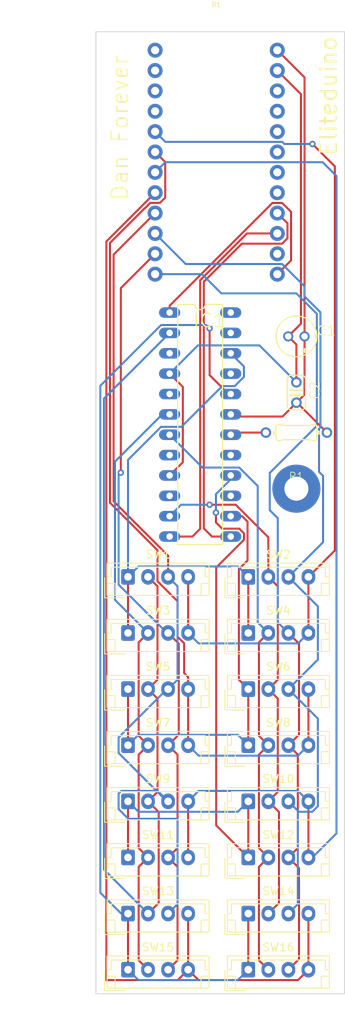
<source format=kicad_pcb>
(kicad_pcb (version 20171130) (host pcbnew "(5.1.6)-1")

  (general
    (thickness 1.6)
    (drawings 10)
    (tracks 290)
    (zones 0)
    (modules 22)
    (nets 43)
  )

  (page A4)
  (layers
    (0 F.Cu signal)
    (31 B.Cu signal)
    (32 B.Adhes user)
    (33 F.Adhes user)
    (34 B.Paste user)
    (35 F.Paste user)
    (36 B.SilkS user)
    (37 F.SilkS user)
    (38 B.Mask user)
    (39 F.Mask user)
    (40 Dwgs.User user)
    (41 Cmts.User user)
    (42 Eco1.User user)
    (43 Eco2.User user)
    (44 Edge.Cuts user)
    (45 Margin user)
    (46 B.CrtYd user)
    (47 F.CrtYd user)
    (48 B.Fab user)
    (49 F.Fab user)
  )

  (setup
    (last_trace_width 0.25)
    (trace_clearance 0.2)
    (zone_clearance 0.508)
    (zone_45_only no)
    (trace_min 0.2)
    (via_size 0.8)
    (via_drill 0.4)
    (via_min_size 0.4)
    (via_min_drill 0.3)
    (uvia_size 0.3)
    (uvia_drill 0.1)
    (uvias_allowed no)
    (uvia_min_size 0.2)
    (uvia_min_drill 0.1)
    (edge_width 0.1)
    (segment_width 0.2)
    (pcb_text_width 0.3)
    (pcb_text_size 1.5 1.5)
    (mod_edge_width 0.15)
    (mod_text_size 1 1)
    (mod_text_width 0.15)
    (pad_size 1.524 1.524)
    (pad_drill 0.762)
    (pad_to_mask_clearance 0)
    (aux_axis_origin 0 0)
    (visible_elements 7FFDFFFF)
    (pcbplotparams
      (layerselection 0x010fc_ffffffff)
      (usegerberextensions false)
      (usegerberattributes true)
      (usegerberadvancedattributes true)
      (creategerberjobfile true)
      (excludeedgelayer true)
      (linewidth 0.100000)
      (plotframeref false)
      (viasonmask false)
      (mode 1)
      (useauxorigin false)
      (hpglpennumber 1)
      (hpglpenspeed 20)
      (hpglpendiameter 15.000000)
      (psnegative false)
      (psa4output false)
      (plotreference true)
      (plotvalue true)
      (plotinvisibletext false)
      (padsonsilk false)
      (subtractmaskfromsilk false)
      (outputformat 1)
      (mirror false)
      (drillshape 1)
      (scaleselection 1)
      (outputdirectory ""))
  )

  (net 0 "")
  (net 1 "Net-(B1-Pad24)")
  (net 2 "Net-(B1-Pad23)")
  (net 3 "Net-(B1-Pad22)")
  (net 4 VCC)
  (net 5 "Net-(B1-Pad20)")
  (net 6 "Net-(B1-Pad19)")
  (net 7 "Net-(B1-Pad18)")
  (net 8 "Net-(B1-Pad17)")
  (net 9 "Net-(B1-Pad16)")
  (net 10 "Net-(B1-Pad15)")
  (net 11 "Net-(B1-Pad14)")
  (net 12 "Net-(B1-Pad13)")
  (net 13 "Net-(B1-Pad12)")
  (net 14 "Net-(B1-Pad11)")
  (net 15 "Net-(B1-Pad10)")
  (net 16 "Net-(B1-Pad9)")
  (net 17 "Net-(B1-Pad8)")
  (net 18 "Net-(B1-Pad7)")
  (net 19 "Net-(B1-Pad6)")
  (net 20 "Net-(B1-Pad5)")
  (net 21 GND)
  (net 22 "Net-(B1-Pad2)")
  (net 23 "Net-(B1-Pad1)")
  (net 24 "Net-(IC1-Pad24)")
  (net 25 "Net-(IC1-Pad23)")
  (net 26 "Net-(IC1-Pad22)")
  (net 27 "Net-(IC1-Pad21)")
  (net 28 "Net-(IC1-Pad20)")
  (net 29 "Net-(IC1-Pad18)")
  (net 30 "Net-(IC1-Pad17)")
  (net 31 "Net-(IC1-Pad16)")
  (net 32 "Net-(IC1-Pad15)")
  (net 33 "Net-(IC1-Pad14)")
  (net 34 "Net-(IC1-Pad11)")
  (net 35 "Net-(IC1-Pad10)")
  (net 36 "Net-(IC1-Pad8)")
  (net 37 "Net-(IC1-Pad7)")
  (net 38 "Net-(IC1-Pad6)")
  (net 39 "Net-(IC1-Pad5)")
  (net 40 "Net-(IC1-Pad3)")
  (net 41 "Net-(IC1-Pad2)")
  (net 42 "Net-(B1-Pad4)")

  (net_class Default "This is the default net class."
    (clearance 0.2)
    (trace_width 0.25)
    (via_dia 0.8)
    (via_drill 0.4)
    (uvia_dia 0.3)
    (uvia_drill 0.1)
    (add_net GND)
    (add_net "Net-(B1-Pad1)")
    (add_net "Net-(B1-Pad10)")
    (add_net "Net-(B1-Pad11)")
    (add_net "Net-(B1-Pad12)")
    (add_net "Net-(B1-Pad13)")
    (add_net "Net-(B1-Pad14)")
    (add_net "Net-(B1-Pad15)")
    (add_net "Net-(B1-Pad16)")
    (add_net "Net-(B1-Pad17)")
    (add_net "Net-(B1-Pad18)")
    (add_net "Net-(B1-Pad19)")
    (add_net "Net-(B1-Pad2)")
    (add_net "Net-(B1-Pad20)")
    (add_net "Net-(B1-Pad22)")
    (add_net "Net-(B1-Pad23)")
    (add_net "Net-(B1-Pad24)")
    (add_net "Net-(B1-Pad4)")
    (add_net "Net-(B1-Pad5)")
    (add_net "Net-(B1-Pad6)")
    (add_net "Net-(B1-Pad7)")
    (add_net "Net-(B1-Pad8)")
    (add_net "Net-(B1-Pad9)")
    (add_net "Net-(IC1-Pad10)")
    (add_net "Net-(IC1-Pad11)")
    (add_net "Net-(IC1-Pad14)")
    (add_net "Net-(IC1-Pad15)")
    (add_net "Net-(IC1-Pad16)")
    (add_net "Net-(IC1-Pad17)")
    (add_net "Net-(IC1-Pad18)")
    (add_net "Net-(IC1-Pad2)")
    (add_net "Net-(IC1-Pad20)")
    (add_net "Net-(IC1-Pad21)")
    (add_net "Net-(IC1-Pad22)")
    (add_net "Net-(IC1-Pad23)")
    (add_net "Net-(IC1-Pad24)")
    (add_net "Net-(IC1-Pad3)")
    (add_net "Net-(IC1-Pad5)")
    (add_net "Net-(IC1-Pad6)")
    (add_net "Net-(IC1-Pad7)")
    (add_net "Net-(IC1-Pad8)")
    (add_net VCC)
  )

  (module MountingHole:MountingHole_3mm_Pad (layer F.Cu) (tedit 56D1B4CB) (tstamp 601DF482)
    (at 36 68)
    (descr "Mounting Hole 3mm")
    (tags "mounting hole 3mm")
    (attr virtual)
    (fp_text reference REF** (at 0 -4) (layer F.SilkS) hide
      (effects (font (size 1 1) (thickness 0.15)))
    )
    (fp_text value MountingHole_3mm_Pad (at 0 4) (layer F.Fab)
      (effects (font (size 1 1) (thickness 0.15)))
    )
    (fp_text user %R (at 0.3 0) (layer F.Fab)
      (effects (font (size 1 1) (thickness 0.15)))
    )
    (fp_circle (center 0 0) (end 3 0) (layer Cmts.User) (width 0.15))
    (fp_circle (center 0 0) (end 3.25 0) (layer F.CrtYd) (width 0.05))
    (pad 1 thru_hole circle (at 0 0) (size 6 6) (drill 3) (layers *.Cu *.Mask))
  )

  (module eliteduino:DIL24-3 (layer F.Cu) (tedit 0) (tstamp 601CCEEC)
    (at 24 60 270)
    (descr "<b>Dual In Line Package</b> 0.3 inch")
    (path /BC34DC86)
    (fp_text reference IC1 (at -12 1) (layer F.SilkS)
      (effects (font (size 1.6891 1.6891) (thickness 0.16891)) (justify left bottom))
    )
    (fp_text value MAX7219CNG (at -6 -1 270) (layer F.Fab)
      (effects (font (size 1.6891 1.6891) (thickness 0.16891)) (justify right bottom))
    )
    (fp_line (start -14.986 -2.794) (end -14.986 -0.635) (layer F.SilkS) (width 0.1524))
    (fp_line (start -14.986 -2.794) (end 14.986 -2.794) (layer F.SilkS) (width 0.1524))
    (fp_line (start -14.986 2.794) (end 14.986 2.794) (layer F.SilkS) (width 0.1524))
    (fp_line (start 14.986 2.794) (end 14.986 -2.794) (layer F.SilkS) (width 0.1524))
    (fp_line (start -14.986 0.635) (end -14.986 2.794) (layer F.SilkS) (width 0.1524))
    (fp_arc (start -14.986 0) (end -14.986 -0.635) (angle 180) (layer F.SilkS) (width 0.1524))
    (pad 1 thru_hole oval (at -13.97 3.81) (size 2.6416 1.3208) (drill 0.8128) (layers *.Cu *.Mask)
      (net 12 "Net-(B1-Pad13)") (solder_mask_margin 0.1016))
    (pad 2 thru_hole oval (at -11.43 3.81) (size 2.6416 1.3208) (drill 0.8128) (layers *.Cu *.Mask)
      (net 41 "Net-(IC1-Pad2)") (solder_mask_margin 0.1016))
    (pad 3 thru_hole oval (at -8.89 3.81) (size 2.6416 1.3208) (drill 0.8128) (layers *.Cu *.Mask)
      (net 40 "Net-(IC1-Pad3)") (solder_mask_margin 0.1016))
    (pad 4 thru_hole oval (at -6.35 3.81) (size 2.6416 1.3208) (drill 0.8128) (layers *.Cu *.Mask)
      (net 2 "Net-(B1-Pad23)") (solder_mask_margin 0.1016))
    (pad 5 thru_hole oval (at -3.81 3.81) (size 2.6416 1.3208) (drill 0.8128) (layers *.Cu *.Mask)
      (net 39 "Net-(IC1-Pad5)") (solder_mask_margin 0.1016))
    (pad 6 thru_hole oval (at -1.27 3.81) (size 2.6416 1.3208) (drill 0.8128) (layers *.Cu *.Mask)
      (net 38 "Net-(IC1-Pad6)") (solder_mask_margin 0.1016))
    (pad 7 thru_hole oval (at 1.27 3.81) (size 2.6416 1.3208) (drill 0.8128) (layers *.Cu *.Mask)
      (net 37 "Net-(IC1-Pad7)") (solder_mask_margin 0.1016))
    (pad 8 thru_hole oval (at 3.81 3.81) (size 2.6416 1.3208) (drill 0.8128) (layers *.Cu *.Mask)
      (net 36 "Net-(IC1-Pad8)") (solder_mask_margin 0.1016))
    (pad 9 thru_hole oval (at 6.35 3.81) (size 2.6416 1.3208) (drill 0.8128) (layers *.Cu *.Mask)
      (net 2 "Net-(B1-Pad23)") (solder_mask_margin 0.1016))
    (pad 10 thru_hole oval (at 8.89 3.81) (size 2.6416 1.3208) (drill 0.8128) (layers *.Cu *.Mask)
      (net 35 "Net-(IC1-Pad10)") (solder_mask_margin 0.1016))
    (pad 11 thru_hole oval (at 11.43 3.81) (size 2.6416 1.3208) (drill 0.8128) (layers *.Cu *.Mask)
      (net 34 "Net-(IC1-Pad11)") (solder_mask_margin 0.1016))
    (pad 12 thru_hole oval (at 13.97 3.81) (size 2.6416 1.3208) (drill 0.8128) (layers *.Cu *.Mask)
      (net 10 "Net-(B1-Pad15)") (solder_mask_margin 0.1016))
    (pad 13 thru_hole oval (at 13.97 -3.81) (size 2.6416 1.3208) (drill 0.8128) (layers *.Cu *.Mask)
      (net 9 "Net-(B1-Pad16)") (solder_mask_margin 0.1016))
    (pad 14 thru_hole oval (at 11.43 -3.81) (size 2.6416 1.3208) (drill 0.8128) (layers *.Cu *.Mask)
      (net 33 "Net-(IC1-Pad14)") (solder_mask_margin 0.1016))
    (pad 15 thru_hole oval (at 8.89 -3.81) (size 2.6416 1.3208) (drill 0.8128) (layers *.Cu *.Mask)
      (net 32 "Net-(IC1-Pad15)") (solder_mask_margin 0.1016))
    (pad 16 thru_hole oval (at 6.35 -3.81) (size 2.6416 1.3208) (drill 0.8128) (layers *.Cu *.Mask)
      (net 31 "Net-(IC1-Pad16)") (solder_mask_margin 0.1016))
    (pad 17 thru_hole oval (at 3.81 -3.81) (size 2.6416 1.3208) (drill 0.8128) (layers *.Cu *.Mask)
      (net 30 "Net-(IC1-Pad17)") (solder_mask_margin 0.1016))
    (pad 18 thru_hole oval (at 1.27 -3.81) (size 2.6416 1.3208) (drill 0.8128) (layers *.Cu *.Mask)
      (net 29 "Net-(IC1-Pad18)") (solder_mask_margin 0.1016))
    (pad 19 thru_hole oval (at -1.27 -3.81) (size 2.6416 1.3208) (drill 0.8128) (layers *.Cu *.Mask)
      (net 1 "Net-(B1-Pad24)") (solder_mask_margin 0.1016))
    (pad 20 thru_hole oval (at -3.81 -3.81) (size 2.6416 1.3208) (drill 0.8128) (layers *.Cu *.Mask)
      (net 28 "Net-(IC1-Pad20)") (solder_mask_margin 0.1016))
    (pad 21 thru_hole oval (at -6.35 -3.81) (size 2.6416 1.3208) (drill 0.8128) (layers *.Cu *.Mask)
      (net 27 "Net-(IC1-Pad21)") (solder_mask_margin 0.1016))
    (pad 22 thru_hole oval (at -8.89 -3.81) (size 2.6416 1.3208) (drill 0.8128) (layers *.Cu *.Mask)
      (net 26 "Net-(IC1-Pad22)") (solder_mask_margin 0.1016))
    (pad 23 thru_hole oval (at -11.43 -3.81) (size 2.6416 1.3208) (drill 0.8128) (layers *.Cu *.Mask)
      (net 25 "Net-(IC1-Pad23)") (solder_mask_margin 0.1016))
    (pad 24 thru_hole oval (at -13.97 -3.81) (size 2.6416 1.3208) (drill 0.8128) (layers *.Cu *.Mask)
      (net 24 "Net-(IC1-Pad24)") (solder_mask_margin 0.1016))
  )

  (module eliteduino:E2-5 (layer F.Cu) (tedit 0) (tstamp 601CCEB8)
    (at 36 49 180)
    (descr "<b>ELECTROLYTIC CAPACITOR</b><p>\ngrid 2.032 mm, diameter 5 mm")
    (path /3C337A71)
    (fp_text reference C1 (at -5 0) (layer F.SilkS)
      (effects (font (size 1.2065 1.2065) (thickness 0.12065)) (justify right bottom))
    )
    (fp_text value 10uf (at 2.54 2.159 180) (layer F.Fab)
      (effects (font (size 1.2065 1.2065) (thickness 0.12065)) (justify right bottom))
    )
    (fp_line (start -1.524 0) (end -0.762 0) (layer F.Fab) (width 0.1524))
    (fp_line (start -0.762 0) (end -0.762 1.016) (layer F.Fab) (width 0.1524))
    (fp_line (start -0.762 1.016) (end -0.254 1.016) (layer F.Fab) (width 0.1524))
    (fp_line (start -0.254 1.016) (end -0.254 -1.016) (layer F.Fab) (width 0.1524))
    (fp_line (start -0.254 -1.016) (end -0.762 -1.016) (layer F.Fab) (width 0.1524))
    (fp_line (start -0.762 -1.016) (end -0.762 0) (layer F.Fab) (width 0.1524))
    (fp_line (start 0.635 0) (end 1.524 0) (layer F.Fab) (width 0.1524))
    (fp_line (start -1.27 -1.778) (end -0.762 -1.778) (layer F.SilkS) (width 0.1524))
    (fp_line (start -1.016 -1.524) (end -1.016 -2.032) (layer F.SilkS) (width 0.1524))
    (fp_circle (center 0 0) (end 2.54 0) (layer F.SilkS) (width 0.1524))
    (fp_poly (pts (xy 0.254 1.016) (xy 0.762 1.016) (xy 0.762 -1.016) (xy 0.254 -1.016)) (layer F.Fab) (width 0))
    (pad + thru_hole circle (at -1.016 0 180) (size 1.27 1.27) (drill 0.8128) (layers *.Cu *.Mask)
      (net 1 "Net-(B1-Pad24)") (solder_mask_margin 0.1016))
    (pad - thru_hole circle (at 1.016 0 180) (size 1.27 1.27) (drill 0.8128) (layers *.Cu *.Mask)
      (net 2 "Net-(B1-Pad23)") (solder_mask_margin 0.1016))
  )

  (module Connector_JST:JST_EH_B4B-EH-A_1x04_P2.50mm_Vertical (layer F.Cu) (tedit 5C28142C) (tstamp 601CD126)
    (at 30 128)
    (descr "JST EH series connector, B4B-EH-A (http://www.jst-mfg.com/product/pdf/eng/eEH.pdf), generated with kicad-footprint-generator")
    (tags "connector JST EH vertical")
    (path /602044C9)
    (fp_text reference SW16 (at 3.75 -2.8) (layer F.SilkS)
      (effects (font (size 1 1) (thickness 0.15)))
    )
    (fp_text value SW_Connector (at 3.75 3.4) (layer F.Fab)
      (effects (font (size 1 1) (thickness 0.15)))
    )
    (fp_line (start -2.5 -1.6) (end -2.5 2.2) (layer F.Fab) (width 0.1))
    (fp_line (start -2.5 2.2) (end 10 2.2) (layer F.Fab) (width 0.1))
    (fp_line (start 10 2.2) (end 10 -1.6) (layer F.Fab) (width 0.1))
    (fp_line (start 10 -1.6) (end -2.5 -1.6) (layer F.Fab) (width 0.1))
    (fp_line (start -3 -2.1) (end -3 2.7) (layer F.CrtYd) (width 0.05))
    (fp_line (start -3 2.7) (end 10.5 2.7) (layer F.CrtYd) (width 0.05))
    (fp_line (start 10.5 2.7) (end 10.5 -2.1) (layer F.CrtYd) (width 0.05))
    (fp_line (start 10.5 -2.1) (end -3 -2.1) (layer F.CrtYd) (width 0.05))
    (fp_line (start -2.61 -1.71) (end -2.61 2.31) (layer F.SilkS) (width 0.12))
    (fp_line (start -2.61 2.31) (end 10.11 2.31) (layer F.SilkS) (width 0.12))
    (fp_line (start 10.11 2.31) (end 10.11 -1.71) (layer F.SilkS) (width 0.12))
    (fp_line (start 10.11 -1.71) (end -2.61 -1.71) (layer F.SilkS) (width 0.12))
    (fp_line (start -2.61 0) (end -2.11 0) (layer F.SilkS) (width 0.12))
    (fp_line (start -2.11 0) (end -2.11 -1.21) (layer F.SilkS) (width 0.12))
    (fp_line (start -2.11 -1.21) (end 9.61 -1.21) (layer F.SilkS) (width 0.12))
    (fp_line (start 9.61 -1.21) (end 9.61 0) (layer F.SilkS) (width 0.12))
    (fp_line (start 9.61 0) (end 10.11 0) (layer F.SilkS) (width 0.12))
    (fp_line (start -2.61 0.81) (end -1.61 0.81) (layer F.SilkS) (width 0.12))
    (fp_line (start -1.61 0.81) (end -1.61 2.31) (layer F.SilkS) (width 0.12))
    (fp_line (start 10.11 0.81) (end 9.11 0.81) (layer F.SilkS) (width 0.12))
    (fp_line (start 9.11 0.81) (end 9.11 2.31) (layer F.SilkS) (width 0.12))
    (fp_line (start -2.91 0.11) (end -2.91 2.61) (layer F.SilkS) (width 0.12))
    (fp_line (start -2.91 2.61) (end -0.41 2.61) (layer F.SilkS) (width 0.12))
    (fp_line (start -2.91 0.11) (end -2.91 2.61) (layer F.Fab) (width 0.1))
    (fp_line (start -2.91 2.61) (end -0.41 2.61) (layer F.Fab) (width 0.1))
    (fp_text user %R (at 3.75 1.5) (layer F.Fab)
      (effects (font (size 1 1) (thickness 0.15)))
    )
    (pad 4 thru_hole oval (at 7.5 0) (size 1.7 1.95) (drill 0.95) (layers *.Cu *.Mask)
      (net 17 "Net-(B1-Pad8)"))
    (pad 3 thru_hole oval (at 5 0) (size 1.7 1.95) (drill 0.95) (layers *.Cu *.Mask)
      (net 13 "Net-(B1-Pad12)"))
    (pad 2 thru_hole oval (at 2.5 0) (size 1.7 1.95) (drill 0.95) (layers *.Cu *.Mask)
      (net 37 "Net-(IC1-Pad7)"))
    (pad 1 thru_hole roundrect (at 0 0) (size 1.7 1.95) (drill 0.95) (layers *.Cu *.Mask) (roundrect_rratio 0.147059)
      (net 28 "Net-(IC1-Pad20)"))
    (model ${KISYS3DMOD}/Connector_JST.3dshapes/JST_EH_B4B-EH-A_1x04_P2.50mm_Vertical.wrl
      (at (xyz 0 0 0))
      (scale (xyz 1 1 1))
      (rotate (xyz 0 0 0))
    )
  )

  (module Connector_JST:JST_EH_B4B-EH-A_1x04_P2.50mm_Vertical (layer F.Cu) (tedit 5C28142C) (tstamp 601CD104)
    (at 15 128)
    (descr "JST EH series connector, B4B-EH-A (http://www.jst-mfg.com/product/pdf/eng/eEH.pdf), generated with kicad-footprint-generator")
    (tags "connector JST EH vertical")
    (path /602044C3)
    (fp_text reference SW15 (at 3.75 -2.8) (layer F.SilkS)
      (effects (font (size 1 1) (thickness 0.15)))
    )
    (fp_text value SW_Connector (at 3.75 3.4) (layer F.Fab)
      (effects (font (size 1 1) (thickness 0.15)))
    )
    (fp_line (start -2.5 -1.6) (end -2.5 2.2) (layer F.Fab) (width 0.1))
    (fp_line (start -2.5 2.2) (end 10 2.2) (layer F.Fab) (width 0.1))
    (fp_line (start 10 2.2) (end 10 -1.6) (layer F.Fab) (width 0.1))
    (fp_line (start 10 -1.6) (end -2.5 -1.6) (layer F.Fab) (width 0.1))
    (fp_line (start -3 -2.1) (end -3 2.7) (layer F.CrtYd) (width 0.05))
    (fp_line (start -3 2.7) (end 10.5 2.7) (layer F.CrtYd) (width 0.05))
    (fp_line (start 10.5 2.7) (end 10.5 -2.1) (layer F.CrtYd) (width 0.05))
    (fp_line (start 10.5 -2.1) (end -3 -2.1) (layer F.CrtYd) (width 0.05))
    (fp_line (start -2.61 -1.71) (end -2.61 2.31) (layer F.SilkS) (width 0.12))
    (fp_line (start -2.61 2.31) (end 10.11 2.31) (layer F.SilkS) (width 0.12))
    (fp_line (start 10.11 2.31) (end 10.11 -1.71) (layer F.SilkS) (width 0.12))
    (fp_line (start 10.11 -1.71) (end -2.61 -1.71) (layer F.SilkS) (width 0.12))
    (fp_line (start -2.61 0) (end -2.11 0) (layer F.SilkS) (width 0.12))
    (fp_line (start -2.11 0) (end -2.11 -1.21) (layer F.SilkS) (width 0.12))
    (fp_line (start -2.11 -1.21) (end 9.61 -1.21) (layer F.SilkS) (width 0.12))
    (fp_line (start 9.61 -1.21) (end 9.61 0) (layer F.SilkS) (width 0.12))
    (fp_line (start 9.61 0) (end 10.11 0) (layer F.SilkS) (width 0.12))
    (fp_line (start -2.61 0.81) (end -1.61 0.81) (layer F.SilkS) (width 0.12))
    (fp_line (start -1.61 0.81) (end -1.61 2.31) (layer F.SilkS) (width 0.12))
    (fp_line (start 10.11 0.81) (end 9.11 0.81) (layer F.SilkS) (width 0.12))
    (fp_line (start 9.11 0.81) (end 9.11 2.31) (layer F.SilkS) (width 0.12))
    (fp_line (start -2.91 0.11) (end -2.91 2.61) (layer F.SilkS) (width 0.12))
    (fp_line (start -2.91 2.61) (end -0.41 2.61) (layer F.SilkS) (width 0.12))
    (fp_line (start -2.91 0.11) (end -2.91 2.61) (layer F.Fab) (width 0.1))
    (fp_line (start -2.91 2.61) (end -0.41 2.61) (layer F.Fab) (width 0.1))
    (fp_text user %R (at 3.75 1.5) (layer F.Fab)
      (effects (font (size 1 1) (thickness 0.15)))
    )
    (pad 4 thru_hole oval (at 7.5 0) (size 1.7 1.95) (drill 0.95) (layers *.Cu *.Mask)
      (net 17 "Net-(B1-Pad8)"))
    (pad 3 thru_hole oval (at 5 0) (size 1.7 1.95) (drill 0.95) (layers *.Cu *.Mask)
      (net 14 "Net-(B1-Pad11)"))
    (pad 2 thru_hole oval (at 2.5 0) (size 1.7 1.95) (drill 0.95) (layers *.Cu *.Mask)
      (net 38 "Net-(IC1-Pad6)"))
    (pad 1 thru_hole roundrect (at 0 0) (size 1.7 1.95) (drill 0.95) (layers *.Cu *.Mask) (roundrect_rratio 0.147059)
      (net 28 "Net-(IC1-Pad20)"))
    (model ${KISYS3DMOD}/Connector_JST.3dshapes/JST_EH_B4B-EH-A_1x04_P2.50mm_Vertical.wrl
      (at (xyz 0 0 0))
      (scale (xyz 1 1 1))
      (rotate (xyz 0 0 0))
    )
  )

  (module Connector_JST:JST_EH_B4B-EH-A_1x04_P2.50mm_Vertical (layer F.Cu) (tedit 5C28142C) (tstamp 601CD0E2)
    (at 30 121)
    (descr "JST EH series connector, B4B-EH-A (http://www.jst-mfg.com/product/pdf/eng/eEH.pdf), generated with kicad-footprint-generator")
    (tags "connector JST EH vertical")
    (path /602044BD)
    (fp_text reference SW14 (at 3.75 -2.8) (layer F.SilkS)
      (effects (font (size 1 1) (thickness 0.15)))
    )
    (fp_text value SW_Connector (at 3.75 3.4) (layer F.Fab)
      (effects (font (size 1 1) (thickness 0.15)))
    )
    (fp_line (start -2.5 -1.6) (end -2.5 2.2) (layer F.Fab) (width 0.1))
    (fp_line (start -2.5 2.2) (end 10 2.2) (layer F.Fab) (width 0.1))
    (fp_line (start 10 2.2) (end 10 -1.6) (layer F.Fab) (width 0.1))
    (fp_line (start 10 -1.6) (end -2.5 -1.6) (layer F.Fab) (width 0.1))
    (fp_line (start -3 -2.1) (end -3 2.7) (layer F.CrtYd) (width 0.05))
    (fp_line (start -3 2.7) (end 10.5 2.7) (layer F.CrtYd) (width 0.05))
    (fp_line (start 10.5 2.7) (end 10.5 -2.1) (layer F.CrtYd) (width 0.05))
    (fp_line (start 10.5 -2.1) (end -3 -2.1) (layer F.CrtYd) (width 0.05))
    (fp_line (start -2.61 -1.71) (end -2.61 2.31) (layer F.SilkS) (width 0.12))
    (fp_line (start -2.61 2.31) (end 10.11 2.31) (layer F.SilkS) (width 0.12))
    (fp_line (start 10.11 2.31) (end 10.11 -1.71) (layer F.SilkS) (width 0.12))
    (fp_line (start 10.11 -1.71) (end -2.61 -1.71) (layer F.SilkS) (width 0.12))
    (fp_line (start -2.61 0) (end -2.11 0) (layer F.SilkS) (width 0.12))
    (fp_line (start -2.11 0) (end -2.11 -1.21) (layer F.SilkS) (width 0.12))
    (fp_line (start -2.11 -1.21) (end 9.61 -1.21) (layer F.SilkS) (width 0.12))
    (fp_line (start 9.61 -1.21) (end 9.61 0) (layer F.SilkS) (width 0.12))
    (fp_line (start 9.61 0) (end 10.11 0) (layer F.SilkS) (width 0.12))
    (fp_line (start -2.61 0.81) (end -1.61 0.81) (layer F.SilkS) (width 0.12))
    (fp_line (start -1.61 0.81) (end -1.61 2.31) (layer F.SilkS) (width 0.12))
    (fp_line (start 10.11 0.81) (end 9.11 0.81) (layer F.SilkS) (width 0.12))
    (fp_line (start 9.11 0.81) (end 9.11 2.31) (layer F.SilkS) (width 0.12))
    (fp_line (start -2.91 0.11) (end -2.91 2.61) (layer F.SilkS) (width 0.12))
    (fp_line (start -2.91 2.61) (end -0.41 2.61) (layer F.SilkS) (width 0.12))
    (fp_line (start -2.91 0.11) (end -2.91 2.61) (layer F.Fab) (width 0.1))
    (fp_line (start -2.91 2.61) (end -0.41 2.61) (layer F.Fab) (width 0.1))
    (fp_text user %R (at 3.75 1.5) (layer F.Fab)
      (effects (font (size 1 1) (thickness 0.15)))
    )
    (pad 4 thru_hole oval (at 7.5 0) (size 1.7 1.95) (drill 0.95) (layers *.Cu *.Mask)
      (net 17 "Net-(B1-Pad8)"))
    (pad 3 thru_hole oval (at 5 0) (size 1.7 1.95) (drill 0.95) (layers *.Cu *.Mask)
      (net 15 "Net-(B1-Pad10)"))
    (pad 2 thru_hole oval (at 2.5 0) (size 1.7 1.95) (drill 0.95) (layers *.Cu *.Mask)
      (net 34 "Net-(IC1-Pad11)"))
    (pad 1 thru_hole roundrect (at 0 0) (size 1.7 1.95) (drill 0.95) (layers *.Cu *.Mask) (roundrect_rratio 0.147059)
      (net 28 "Net-(IC1-Pad20)"))
    (model ${KISYS3DMOD}/Connector_JST.3dshapes/JST_EH_B4B-EH-A_1x04_P2.50mm_Vertical.wrl
      (at (xyz 0 0 0))
      (scale (xyz 1 1 1))
      (rotate (xyz 0 0 0))
    )
  )

  (module Connector_JST:JST_EH_B4B-EH-A_1x04_P2.50mm_Vertical (layer F.Cu) (tedit 5C28142C) (tstamp 601CD0C0)
    (at 15 121)
    (descr "JST EH series connector, B4B-EH-A (http://www.jst-mfg.com/product/pdf/eng/eEH.pdf), generated with kicad-footprint-generator")
    (tags "connector JST EH vertical")
    (path /602044B7)
    (fp_text reference SW13 (at 3.75 -2.8) (layer F.SilkS)
      (effects (font (size 1 1) (thickness 0.15)))
    )
    (fp_text value SW_Connector (at 3.75 3.4) (layer F.Fab)
      (effects (font (size 1 1) (thickness 0.15)))
    )
    (fp_line (start -2.5 -1.6) (end -2.5 2.2) (layer F.Fab) (width 0.1))
    (fp_line (start -2.5 2.2) (end 10 2.2) (layer F.Fab) (width 0.1))
    (fp_line (start 10 2.2) (end 10 -1.6) (layer F.Fab) (width 0.1))
    (fp_line (start 10 -1.6) (end -2.5 -1.6) (layer F.Fab) (width 0.1))
    (fp_line (start -3 -2.1) (end -3 2.7) (layer F.CrtYd) (width 0.05))
    (fp_line (start -3 2.7) (end 10.5 2.7) (layer F.CrtYd) (width 0.05))
    (fp_line (start 10.5 2.7) (end 10.5 -2.1) (layer F.CrtYd) (width 0.05))
    (fp_line (start 10.5 -2.1) (end -3 -2.1) (layer F.CrtYd) (width 0.05))
    (fp_line (start -2.61 -1.71) (end -2.61 2.31) (layer F.SilkS) (width 0.12))
    (fp_line (start -2.61 2.31) (end 10.11 2.31) (layer F.SilkS) (width 0.12))
    (fp_line (start 10.11 2.31) (end 10.11 -1.71) (layer F.SilkS) (width 0.12))
    (fp_line (start 10.11 -1.71) (end -2.61 -1.71) (layer F.SilkS) (width 0.12))
    (fp_line (start -2.61 0) (end -2.11 0) (layer F.SilkS) (width 0.12))
    (fp_line (start -2.11 0) (end -2.11 -1.21) (layer F.SilkS) (width 0.12))
    (fp_line (start -2.11 -1.21) (end 9.61 -1.21) (layer F.SilkS) (width 0.12))
    (fp_line (start 9.61 -1.21) (end 9.61 0) (layer F.SilkS) (width 0.12))
    (fp_line (start 9.61 0) (end 10.11 0) (layer F.SilkS) (width 0.12))
    (fp_line (start -2.61 0.81) (end -1.61 0.81) (layer F.SilkS) (width 0.12))
    (fp_line (start -1.61 0.81) (end -1.61 2.31) (layer F.SilkS) (width 0.12))
    (fp_line (start 10.11 0.81) (end 9.11 0.81) (layer F.SilkS) (width 0.12))
    (fp_line (start 9.11 0.81) (end 9.11 2.31) (layer F.SilkS) (width 0.12))
    (fp_line (start -2.91 0.11) (end -2.91 2.61) (layer F.SilkS) (width 0.12))
    (fp_line (start -2.91 2.61) (end -0.41 2.61) (layer F.SilkS) (width 0.12))
    (fp_line (start -2.91 0.11) (end -2.91 2.61) (layer F.Fab) (width 0.1))
    (fp_line (start -2.91 2.61) (end -0.41 2.61) (layer F.Fab) (width 0.1))
    (fp_text user %R (at 3.75 1.5) (layer F.Fab)
      (effects (font (size 1 1) (thickness 0.15)))
    )
    (pad 4 thru_hole oval (at 7.5 0) (size 1.7 1.95) (drill 0.95) (layers *.Cu *.Mask)
      (net 17 "Net-(B1-Pad8)"))
    (pad 3 thru_hole oval (at 5 0) (size 1.7 1.95) (drill 0.95) (layers *.Cu *.Mask)
      (net 16 "Net-(B1-Pad9)"))
    (pad 2 thru_hole oval (at 2.5 0) (size 1.7 1.95) (drill 0.95) (layers *.Cu *.Mask)
      (net 41 "Net-(IC1-Pad2)"))
    (pad 1 thru_hole roundrect (at 0 0) (size 1.7 1.95) (drill 0.95) (layers *.Cu *.Mask) (roundrect_rratio 0.147059)
      (net 28 "Net-(IC1-Pad20)"))
    (model ${KISYS3DMOD}/Connector_JST.3dshapes/JST_EH_B4B-EH-A_1x04_P2.50mm_Vertical.wrl
      (at (xyz 0 0 0))
      (scale (xyz 1 1 1))
      (rotate (xyz 0 0 0))
    )
  )

  (module Connector_JST:JST_EH_B4B-EH-A_1x04_P2.50mm_Vertical (layer F.Cu) (tedit 5C28142C) (tstamp 601CD09E)
    (at 30 114)
    (descr "JST EH series connector, B4B-EH-A (http://www.jst-mfg.com/product/pdf/eng/eEH.pdf), generated with kicad-footprint-generator")
    (tags "connector JST EH vertical")
    (path /60202CAE)
    (fp_text reference SW12 (at 3.75 -2.8) (layer F.SilkS)
      (effects (font (size 1 1) (thickness 0.15)))
    )
    (fp_text value SW_Connector (at 3.75 3.4) (layer F.Fab)
      (effects (font (size 1 1) (thickness 0.15)))
    )
    (fp_line (start -2.5 -1.6) (end -2.5 2.2) (layer F.Fab) (width 0.1))
    (fp_line (start -2.5 2.2) (end 10 2.2) (layer F.Fab) (width 0.1))
    (fp_line (start 10 2.2) (end 10 -1.6) (layer F.Fab) (width 0.1))
    (fp_line (start 10 -1.6) (end -2.5 -1.6) (layer F.Fab) (width 0.1))
    (fp_line (start -3 -2.1) (end -3 2.7) (layer F.CrtYd) (width 0.05))
    (fp_line (start -3 2.7) (end 10.5 2.7) (layer F.CrtYd) (width 0.05))
    (fp_line (start 10.5 2.7) (end 10.5 -2.1) (layer F.CrtYd) (width 0.05))
    (fp_line (start 10.5 -2.1) (end -3 -2.1) (layer F.CrtYd) (width 0.05))
    (fp_line (start -2.61 -1.71) (end -2.61 2.31) (layer F.SilkS) (width 0.12))
    (fp_line (start -2.61 2.31) (end 10.11 2.31) (layer F.SilkS) (width 0.12))
    (fp_line (start 10.11 2.31) (end 10.11 -1.71) (layer F.SilkS) (width 0.12))
    (fp_line (start 10.11 -1.71) (end -2.61 -1.71) (layer F.SilkS) (width 0.12))
    (fp_line (start -2.61 0) (end -2.11 0) (layer F.SilkS) (width 0.12))
    (fp_line (start -2.11 0) (end -2.11 -1.21) (layer F.SilkS) (width 0.12))
    (fp_line (start -2.11 -1.21) (end 9.61 -1.21) (layer F.SilkS) (width 0.12))
    (fp_line (start 9.61 -1.21) (end 9.61 0) (layer F.SilkS) (width 0.12))
    (fp_line (start 9.61 0) (end 10.11 0) (layer F.SilkS) (width 0.12))
    (fp_line (start -2.61 0.81) (end -1.61 0.81) (layer F.SilkS) (width 0.12))
    (fp_line (start -1.61 0.81) (end -1.61 2.31) (layer F.SilkS) (width 0.12))
    (fp_line (start 10.11 0.81) (end 9.11 0.81) (layer F.SilkS) (width 0.12))
    (fp_line (start 9.11 0.81) (end 9.11 2.31) (layer F.SilkS) (width 0.12))
    (fp_line (start -2.91 0.11) (end -2.91 2.61) (layer F.SilkS) (width 0.12))
    (fp_line (start -2.91 2.61) (end -0.41 2.61) (layer F.SilkS) (width 0.12))
    (fp_line (start -2.91 0.11) (end -2.91 2.61) (layer F.Fab) (width 0.1))
    (fp_line (start -2.91 2.61) (end -0.41 2.61) (layer F.Fab) (width 0.1))
    (fp_text user %R (at 3.75 1.5) (layer F.Fab)
      (effects (font (size 1 1) (thickness 0.15)))
    )
    (pad 4 thru_hole oval (at 7.5 0) (size 1.7 1.95) (drill 0.95) (layers *.Cu *.Mask)
      (net 18 "Net-(B1-Pad7)"))
    (pad 3 thru_hole oval (at 5 0) (size 1.7 1.95) (drill 0.95) (layers *.Cu *.Mask)
      (net 13 "Net-(B1-Pad12)"))
    (pad 2 thru_hole oval (at 2.5 0) (size 1.7 1.95) (drill 0.95) (layers *.Cu *.Mask)
      (net 37 "Net-(IC1-Pad7)"))
    (pad 1 thru_hole roundrect (at 0 0) (size 1.7 1.95) (drill 0.95) (layers *.Cu *.Mask) (roundrect_rratio 0.147059)
      (net 31 "Net-(IC1-Pad16)"))
    (model ${KISYS3DMOD}/Connector_JST.3dshapes/JST_EH_B4B-EH-A_1x04_P2.50mm_Vertical.wrl
      (at (xyz 0 0 0))
      (scale (xyz 1 1 1))
      (rotate (xyz 0 0 0))
    )
  )

  (module Connector_JST:JST_EH_B4B-EH-A_1x04_P2.50mm_Vertical (layer F.Cu) (tedit 5C28142C) (tstamp 601CD07C)
    (at 15 114)
    (descr "JST EH series connector, B4B-EH-A (http://www.jst-mfg.com/product/pdf/eng/eEH.pdf), generated with kicad-footprint-generator")
    (tags "connector JST EH vertical")
    (path /60202CA8)
    (fp_text reference SW11 (at 3.75 -2.8) (layer F.SilkS)
      (effects (font (size 1 1) (thickness 0.15)))
    )
    (fp_text value SW_Connector (at 3.75 3.4) (layer F.Fab)
      (effects (font (size 1 1) (thickness 0.15)))
    )
    (fp_line (start -2.5 -1.6) (end -2.5 2.2) (layer F.Fab) (width 0.1))
    (fp_line (start -2.5 2.2) (end 10 2.2) (layer F.Fab) (width 0.1))
    (fp_line (start 10 2.2) (end 10 -1.6) (layer F.Fab) (width 0.1))
    (fp_line (start 10 -1.6) (end -2.5 -1.6) (layer F.Fab) (width 0.1))
    (fp_line (start -3 -2.1) (end -3 2.7) (layer F.CrtYd) (width 0.05))
    (fp_line (start -3 2.7) (end 10.5 2.7) (layer F.CrtYd) (width 0.05))
    (fp_line (start 10.5 2.7) (end 10.5 -2.1) (layer F.CrtYd) (width 0.05))
    (fp_line (start 10.5 -2.1) (end -3 -2.1) (layer F.CrtYd) (width 0.05))
    (fp_line (start -2.61 -1.71) (end -2.61 2.31) (layer F.SilkS) (width 0.12))
    (fp_line (start -2.61 2.31) (end 10.11 2.31) (layer F.SilkS) (width 0.12))
    (fp_line (start 10.11 2.31) (end 10.11 -1.71) (layer F.SilkS) (width 0.12))
    (fp_line (start 10.11 -1.71) (end -2.61 -1.71) (layer F.SilkS) (width 0.12))
    (fp_line (start -2.61 0) (end -2.11 0) (layer F.SilkS) (width 0.12))
    (fp_line (start -2.11 0) (end -2.11 -1.21) (layer F.SilkS) (width 0.12))
    (fp_line (start -2.11 -1.21) (end 9.61 -1.21) (layer F.SilkS) (width 0.12))
    (fp_line (start 9.61 -1.21) (end 9.61 0) (layer F.SilkS) (width 0.12))
    (fp_line (start 9.61 0) (end 10.11 0) (layer F.SilkS) (width 0.12))
    (fp_line (start -2.61 0.81) (end -1.61 0.81) (layer F.SilkS) (width 0.12))
    (fp_line (start -1.61 0.81) (end -1.61 2.31) (layer F.SilkS) (width 0.12))
    (fp_line (start 10.11 0.81) (end 9.11 0.81) (layer F.SilkS) (width 0.12))
    (fp_line (start 9.11 0.81) (end 9.11 2.31) (layer F.SilkS) (width 0.12))
    (fp_line (start -2.91 0.11) (end -2.91 2.61) (layer F.SilkS) (width 0.12))
    (fp_line (start -2.91 2.61) (end -0.41 2.61) (layer F.SilkS) (width 0.12))
    (fp_line (start -2.91 0.11) (end -2.91 2.61) (layer F.Fab) (width 0.1))
    (fp_line (start -2.91 2.61) (end -0.41 2.61) (layer F.Fab) (width 0.1))
    (fp_text user %R (at 3.75 1.5) (layer F.Fab)
      (effects (font (size 1 1) (thickness 0.15)))
    )
    (pad 4 thru_hole oval (at 7.5 0) (size 1.7 1.95) (drill 0.95) (layers *.Cu *.Mask)
      (net 18 "Net-(B1-Pad7)"))
    (pad 3 thru_hole oval (at 5 0) (size 1.7 1.95) (drill 0.95) (layers *.Cu *.Mask)
      (net 14 "Net-(B1-Pad11)"))
    (pad 2 thru_hole oval (at 2.5 0) (size 1.7 1.95) (drill 0.95) (layers *.Cu *.Mask)
      (net 38 "Net-(IC1-Pad6)"))
    (pad 1 thru_hole roundrect (at 0 0) (size 1.7 1.95) (drill 0.95) (layers *.Cu *.Mask) (roundrect_rratio 0.147059)
      (net 31 "Net-(IC1-Pad16)"))
    (model ${KISYS3DMOD}/Connector_JST.3dshapes/JST_EH_B4B-EH-A_1x04_P2.50mm_Vertical.wrl
      (at (xyz 0 0 0))
      (scale (xyz 1 1 1))
      (rotate (xyz 0 0 0))
    )
  )

  (module Connector_JST:JST_EH_B4B-EH-A_1x04_P2.50mm_Vertical (layer F.Cu) (tedit 5C28142C) (tstamp 601CD05A)
    (at 30 107)
    (descr "JST EH series connector, B4B-EH-A (http://www.jst-mfg.com/product/pdf/eng/eEH.pdf), generated with kicad-footprint-generator")
    (tags "connector JST EH vertical")
    (path /60202CA2)
    (fp_text reference SW10 (at 3.75 -2.8) (layer F.SilkS)
      (effects (font (size 1 1) (thickness 0.15)))
    )
    (fp_text value SW_Connector (at 3.75 3.4) (layer F.Fab)
      (effects (font (size 1 1) (thickness 0.15)))
    )
    (fp_line (start -2.5 -1.6) (end -2.5 2.2) (layer F.Fab) (width 0.1))
    (fp_line (start -2.5 2.2) (end 10 2.2) (layer F.Fab) (width 0.1))
    (fp_line (start 10 2.2) (end 10 -1.6) (layer F.Fab) (width 0.1))
    (fp_line (start 10 -1.6) (end -2.5 -1.6) (layer F.Fab) (width 0.1))
    (fp_line (start -3 -2.1) (end -3 2.7) (layer F.CrtYd) (width 0.05))
    (fp_line (start -3 2.7) (end 10.5 2.7) (layer F.CrtYd) (width 0.05))
    (fp_line (start 10.5 2.7) (end 10.5 -2.1) (layer F.CrtYd) (width 0.05))
    (fp_line (start 10.5 -2.1) (end -3 -2.1) (layer F.CrtYd) (width 0.05))
    (fp_line (start -2.61 -1.71) (end -2.61 2.31) (layer F.SilkS) (width 0.12))
    (fp_line (start -2.61 2.31) (end 10.11 2.31) (layer F.SilkS) (width 0.12))
    (fp_line (start 10.11 2.31) (end 10.11 -1.71) (layer F.SilkS) (width 0.12))
    (fp_line (start 10.11 -1.71) (end -2.61 -1.71) (layer F.SilkS) (width 0.12))
    (fp_line (start -2.61 0) (end -2.11 0) (layer F.SilkS) (width 0.12))
    (fp_line (start -2.11 0) (end -2.11 -1.21) (layer F.SilkS) (width 0.12))
    (fp_line (start -2.11 -1.21) (end 9.61 -1.21) (layer F.SilkS) (width 0.12))
    (fp_line (start 9.61 -1.21) (end 9.61 0) (layer F.SilkS) (width 0.12))
    (fp_line (start 9.61 0) (end 10.11 0) (layer F.SilkS) (width 0.12))
    (fp_line (start -2.61 0.81) (end -1.61 0.81) (layer F.SilkS) (width 0.12))
    (fp_line (start -1.61 0.81) (end -1.61 2.31) (layer F.SilkS) (width 0.12))
    (fp_line (start 10.11 0.81) (end 9.11 0.81) (layer F.SilkS) (width 0.12))
    (fp_line (start 9.11 0.81) (end 9.11 2.31) (layer F.SilkS) (width 0.12))
    (fp_line (start -2.91 0.11) (end -2.91 2.61) (layer F.SilkS) (width 0.12))
    (fp_line (start -2.91 2.61) (end -0.41 2.61) (layer F.SilkS) (width 0.12))
    (fp_line (start -2.91 0.11) (end -2.91 2.61) (layer F.Fab) (width 0.1))
    (fp_line (start -2.91 2.61) (end -0.41 2.61) (layer F.Fab) (width 0.1))
    (fp_text user %R (at 3.75 1.5) (layer F.Fab)
      (effects (font (size 1 1) (thickness 0.15)))
    )
    (pad 4 thru_hole oval (at 7.5 0) (size 1.7 1.95) (drill 0.95) (layers *.Cu *.Mask)
      (net 18 "Net-(B1-Pad7)"))
    (pad 3 thru_hole oval (at 5 0) (size 1.7 1.95) (drill 0.95) (layers *.Cu *.Mask)
      (net 15 "Net-(B1-Pad10)"))
    (pad 2 thru_hole oval (at 2.5 0) (size 1.7 1.95) (drill 0.95) (layers *.Cu *.Mask)
      (net 34 "Net-(IC1-Pad11)"))
    (pad 1 thru_hole roundrect (at 0 0) (size 1.7 1.95) (drill 0.95) (layers *.Cu *.Mask) (roundrect_rratio 0.147059)
      (net 31 "Net-(IC1-Pad16)"))
    (model ${KISYS3DMOD}/Connector_JST.3dshapes/JST_EH_B4B-EH-A_1x04_P2.50mm_Vertical.wrl
      (at (xyz 0 0 0))
      (scale (xyz 1 1 1))
      (rotate (xyz 0 0 0))
    )
  )

  (module Connector_JST:JST_EH_B4B-EH-A_1x04_P2.50mm_Vertical (layer F.Cu) (tedit 5C28142C) (tstamp 601CD038)
    (at 15 107)
    (descr "JST EH series connector, B4B-EH-A (http://www.jst-mfg.com/product/pdf/eng/eEH.pdf), generated with kicad-footprint-generator")
    (tags "connector JST EH vertical")
    (path /60202C9C)
    (fp_text reference SW9 (at 3.75 -2.8) (layer F.SilkS)
      (effects (font (size 1 1) (thickness 0.15)))
    )
    (fp_text value SW_Connector (at 3.75 3.4) (layer F.Fab)
      (effects (font (size 1 1) (thickness 0.15)))
    )
    (fp_line (start -2.5 -1.6) (end -2.5 2.2) (layer F.Fab) (width 0.1))
    (fp_line (start -2.5 2.2) (end 10 2.2) (layer F.Fab) (width 0.1))
    (fp_line (start 10 2.2) (end 10 -1.6) (layer F.Fab) (width 0.1))
    (fp_line (start 10 -1.6) (end -2.5 -1.6) (layer F.Fab) (width 0.1))
    (fp_line (start -3 -2.1) (end -3 2.7) (layer F.CrtYd) (width 0.05))
    (fp_line (start -3 2.7) (end 10.5 2.7) (layer F.CrtYd) (width 0.05))
    (fp_line (start 10.5 2.7) (end 10.5 -2.1) (layer F.CrtYd) (width 0.05))
    (fp_line (start 10.5 -2.1) (end -3 -2.1) (layer F.CrtYd) (width 0.05))
    (fp_line (start -2.61 -1.71) (end -2.61 2.31) (layer F.SilkS) (width 0.12))
    (fp_line (start -2.61 2.31) (end 10.11 2.31) (layer F.SilkS) (width 0.12))
    (fp_line (start 10.11 2.31) (end 10.11 -1.71) (layer F.SilkS) (width 0.12))
    (fp_line (start 10.11 -1.71) (end -2.61 -1.71) (layer F.SilkS) (width 0.12))
    (fp_line (start -2.61 0) (end -2.11 0) (layer F.SilkS) (width 0.12))
    (fp_line (start -2.11 0) (end -2.11 -1.21) (layer F.SilkS) (width 0.12))
    (fp_line (start -2.11 -1.21) (end 9.61 -1.21) (layer F.SilkS) (width 0.12))
    (fp_line (start 9.61 -1.21) (end 9.61 0) (layer F.SilkS) (width 0.12))
    (fp_line (start 9.61 0) (end 10.11 0) (layer F.SilkS) (width 0.12))
    (fp_line (start -2.61 0.81) (end -1.61 0.81) (layer F.SilkS) (width 0.12))
    (fp_line (start -1.61 0.81) (end -1.61 2.31) (layer F.SilkS) (width 0.12))
    (fp_line (start 10.11 0.81) (end 9.11 0.81) (layer F.SilkS) (width 0.12))
    (fp_line (start 9.11 0.81) (end 9.11 2.31) (layer F.SilkS) (width 0.12))
    (fp_line (start -2.91 0.11) (end -2.91 2.61) (layer F.SilkS) (width 0.12))
    (fp_line (start -2.91 2.61) (end -0.41 2.61) (layer F.SilkS) (width 0.12))
    (fp_line (start -2.91 0.11) (end -2.91 2.61) (layer F.Fab) (width 0.1))
    (fp_line (start -2.91 2.61) (end -0.41 2.61) (layer F.Fab) (width 0.1))
    (fp_text user %R (at 3.75 1.5) (layer F.Fab)
      (effects (font (size 1 1) (thickness 0.15)))
    )
    (pad 4 thru_hole oval (at 7.5 0) (size 1.7 1.95) (drill 0.95) (layers *.Cu *.Mask)
      (net 18 "Net-(B1-Pad7)"))
    (pad 3 thru_hole oval (at 5 0) (size 1.7 1.95) (drill 0.95) (layers *.Cu *.Mask)
      (net 16 "Net-(B1-Pad9)"))
    (pad 2 thru_hole oval (at 2.5 0) (size 1.7 1.95) (drill 0.95) (layers *.Cu *.Mask)
      (net 41 "Net-(IC1-Pad2)"))
    (pad 1 thru_hole roundrect (at 0 0) (size 1.7 1.95) (drill 0.95) (layers *.Cu *.Mask) (roundrect_rratio 0.147059)
      (net 31 "Net-(IC1-Pad16)"))
    (model ${KISYS3DMOD}/Connector_JST.3dshapes/JST_EH_B4B-EH-A_1x04_P2.50mm_Vertical.wrl
      (at (xyz 0 0 0))
      (scale (xyz 1 1 1))
      (rotate (xyz 0 0 0))
    )
  )

  (module Connector_JST:JST_EH_B4B-EH-A_1x04_P2.50mm_Vertical (layer F.Cu) (tedit 5C28142C) (tstamp 601CD016)
    (at 30 100)
    (descr "JST EH series connector, B4B-EH-A (http://www.jst-mfg.com/product/pdf/eng/eEH.pdf), generated with kicad-footprint-generator")
    (tags "connector JST EH vertical")
    (path /601FF6E3)
    (fp_text reference SW8 (at 3.75 -2.8) (layer F.SilkS)
      (effects (font (size 1 1) (thickness 0.15)))
    )
    (fp_text value SW_Connector (at 3.75 3.4) (layer F.Fab)
      (effects (font (size 1 1) (thickness 0.15)))
    )
    (fp_line (start -2.5 -1.6) (end -2.5 2.2) (layer F.Fab) (width 0.1))
    (fp_line (start -2.5 2.2) (end 10 2.2) (layer F.Fab) (width 0.1))
    (fp_line (start 10 2.2) (end 10 -1.6) (layer F.Fab) (width 0.1))
    (fp_line (start 10 -1.6) (end -2.5 -1.6) (layer F.Fab) (width 0.1))
    (fp_line (start -3 -2.1) (end -3 2.7) (layer F.CrtYd) (width 0.05))
    (fp_line (start -3 2.7) (end 10.5 2.7) (layer F.CrtYd) (width 0.05))
    (fp_line (start 10.5 2.7) (end 10.5 -2.1) (layer F.CrtYd) (width 0.05))
    (fp_line (start 10.5 -2.1) (end -3 -2.1) (layer F.CrtYd) (width 0.05))
    (fp_line (start -2.61 -1.71) (end -2.61 2.31) (layer F.SilkS) (width 0.12))
    (fp_line (start -2.61 2.31) (end 10.11 2.31) (layer F.SilkS) (width 0.12))
    (fp_line (start 10.11 2.31) (end 10.11 -1.71) (layer F.SilkS) (width 0.12))
    (fp_line (start 10.11 -1.71) (end -2.61 -1.71) (layer F.SilkS) (width 0.12))
    (fp_line (start -2.61 0) (end -2.11 0) (layer F.SilkS) (width 0.12))
    (fp_line (start -2.11 0) (end -2.11 -1.21) (layer F.SilkS) (width 0.12))
    (fp_line (start -2.11 -1.21) (end 9.61 -1.21) (layer F.SilkS) (width 0.12))
    (fp_line (start 9.61 -1.21) (end 9.61 0) (layer F.SilkS) (width 0.12))
    (fp_line (start 9.61 0) (end 10.11 0) (layer F.SilkS) (width 0.12))
    (fp_line (start -2.61 0.81) (end -1.61 0.81) (layer F.SilkS) (width 0.12))
    (fp_line (start -1.61 0.81) (end -1.61 2.31) (layer F.SilkS) (width 0.12))
    (fp_line (start 10.11 0.81) (end 9.11 0.81) (layer F.SilkS) (width 0.12))
    (fp_line (start 9.11 0.81) (end 9.11 2.31) (layer F.SilkS) (width 0.12))
    (fp_line (start -2.91 0.11) (end -2.91 2.61) (layer F.SilkS) (width 0.12))
    (fp_line (start -2.91 2.61) (end -0.41 2.61) (layer F.SilkS) (width 0.12))
    (fp_line (start -2.91 0.11) (end -2.91 2.61) (layer F.Fab) (width 0.1))
    (fp_line (start -2.91 2.61) (end -0.41 2.61) (layer F.Fab) (width 0.1))
    (fp_text user %R (at 3.75 1.5) (layer F.Fab)
      (effects (font (size 1 1) (thickness 0.15)))
    )
    (pad 4 thru_hole oval (at 7.5 0) (size 1.7 1.95) (drill 0.95) (layers *.Cu *.Mask)
      (net 19 "Net-(B1-Pad6)"))
    (pad 3 thru_hole oval (at 5 0) (size 1.7 1.95) (drill 0.95) (layers *.Cu *.Mask)
      (net 13 "Net-(B1-Pad12)"))
    (pad 2 thru_hole oval (at 2.5 0) (size 1.7 1.95) (drill 0.95) (layers *.Cu *.Mask)
      (net 37 "Net-(IC1-Pad7)"))
    (pad 1 thru_hole roundrect (at 0 0) (size 1.7 1.95) (drill 0.95) (layers *.Cu *.Mask) (roundrect_rratio 0.147059)
      (net 33 "Net-(IC1-Pad14)"))
    (model ${KISYS3DMOD}/Connector_JST.3dshapes/JST_EH_B4B-EH-A_1x04_P2.50mm_Vertical.wrl
      (at (xyz 0 0 0))
      (scale (xyz 1 1 1))
      (rotate (xyz 0 0 0))
    )
  )

  (module Connector_JST:JST_EH_B4B-EH-A_1x04_P2.50mm_Vertical (layer F.Cu) (tedit 5C28142C) (tstamp 601CCFF4)
    (at 15 100)
    (descr "JST EH series connector, B4B-EH-A (http://www.jst-mfg.com/product/pdf/eng/eEH.pdf), generated with kicad-footprint-generator")
    (tags "connector JST EH vertical")
    (path /601FF6DD)
    (fp_text reference SW7 (at 3.75 -2.8) (layer F.SilkS)
      (effects (font (size 1 1) (thickness 0.15)))
    )
    (fp_text value SW_Connector (at 3.75 3.4) (layer F.Fab)
      (effects (font (size 1 1) (thickness 0.15)))
    )
    (fp_line (start -2.5 -1.6) (end -2.5 2.2) (layer F.Fab) (width 0.1))
    (fp_line (start -2.5 2.2) (end 10 2.2) (layer F.Fab) (width 0.1))
    (fp_line (start 10 2.2) (end 10 -1.6) (layer F.Fab) (width 0.1))
    (fp_line (start 10 -1.6) (end -2.5 -1.6) (layer F.Fab) (width 0.1))
    (fp_line (start -3 -2.1) (end -3 2.7) (layer F.CrtYd) (width 0.05))
    (fp_line (start -3 2.7) (end 10.5 2.7) (layer F.CrtYd) (width 0.05))
    (fp_line (start 10.5 2.7) (end 10.5 -2.1) (layer F.CrtYd) (width 0.05))
    (fp_line (start 10.5 -2.1) (end -3 -2.1) (layer F.CrtYd) (width 0.05))
    (fp_line (start -2.61 -1.71) (end -2.61 2.31) (layer F.SilkS) (width 0.12))
    (fp_line (start -2.61 2.31) (end 10.11 2.31) (layer F.SilkS) (width 0.12))
    (fp_line (start 10.11 2.31) (end 10.11 -1.71) (layer F.SilkS) (width 0.12))
    (fp_line (start 10.11 -1.71) (end -2.61 -1.71) (layer F.SilkS) (width 0.12))
    (fp_line (start -2.61 0) (end -2.11 0) (layer F.SilkS) (width 0.12))
    (fp_line (start -2.11 0) (end -2.11 -1.21) (layer F.SilkS) (width 0.12))
    (fp_line (start -2.11 -1.21) (end 9.61 -1.21) (layer F.SilkS) (width 0.12))
    (fp_line (start 9.61 -1.21) (end 9.61 0) (layer F.SilkS) (width 0.12))
    (fp_line (start 9.61 0) (end 10.11 0) (layer F.SilkS) (width 0.12))
    (fp_line (start -2.61 0.81) (end -1.61 0.81) (layer F.SilkS) (width 0.12))
    (fp_line (start -1.61 0.81) (end -1.61 2.31) (layer F.SilkS) (width 0.12))
    (fp_line (start 10.11 0.81) (end 9.11 0.81) (layer F.SilkS) (width 0.12))
    (fp_line (start 9.11 0.81) (end 9.11 2.31) (layer F.SilkS) (width 0.12))
    (fp_line (start -2.91 0.11) (end -2.91 2.61) (layer F.SilkS) (width 0.12))
    (fp_line (start -2.91 2.61) (end -0.41 2.61) (layer F.SilkS) (width 0.12))
    (fp_line (start -2.91 0.11) (end -2.91 2.61) (layer F.Fab) (width 0.1))
    (fp_line (start -2.91 2.61) (end -0.41 2.61) (layer F.Fab) (width 0.1))
    (fp_text user %R (at 3.75 1.5) (layer F.Fab)
      (effects (font (size 1 1) (thickness 0.15)))
    )
    (pad 4 thru_hole oval (at 7.5 0) (size 1.7 1.95) (drill 0.95) (layers *.Cu *.Mask)
      (net 19 "Net-(B1-Pad6)"))
    (pad 3 thru_hole oval (at 5 0) (size 1.7 1.95) (drill 0.95) (layers *.Cu *.Mask)
      (net 14 "Net-(B1-Pad11)"))
    (pad 2 thru_hole oval (at 2.5 0) (size 1.7 1.95) (drill 0.95) (layers *.Cu *.Mask)
      (net 38 "Net-(IC1-Pad6)"))
    (pad 1 thru_hole roundrect (at 0 0) (size 1.7 1.95) (drill 0.95) (layers *.Cu *.Mask) (roundrect_rratio 0.147059)
      (net 33 "Net-(IC1-Pad14)"))
    (model ${KISYS3DMOD}/Connector_JST.3dshapes/JST_EH_B4B-EH-A_1x04_P2.50mm_Vertical.wrl
      (at (xyz 0 0 0))
      (scale (xyz 1 1 1))
      (rotate (xyz 0 0 0))
    )
  )

  (module Connector_JST:JST_EH_B4B-EH-A_1x04_P2.50mm_Vertical (layer F.Cu) (tedit 5C28142C) (tstamp 601CCFD2)
    (at 30 93)
    (descr "JST EH series connector, B4B-EH-A (http://www.jst-mfg.com/product/pdf/eng/eEH.pdf), generated with kicad-footprint-generator")
    (tags "connector JST EH vertical")
    (path /601FF6D7)
    (fp_text reference SW6 (at 3.75 -2.8) (layer F.SilkS)
      (effects (font (size 1 1) (thickness 0.15)))
    )
    (fp_text value SW_Connector (at 3.75 3.4) (layer F.Fab)
      (effects (font (size 1 1) (thickness 0.15)))
    )
    (fp_line (start -2.5 -1.6) (end -2.5 2.2) (layer F.Fab) (width 0.1))
    (fp_line (start -2.5 2.2) (end 10 2.2) (layer F.Fab) (width 0.1))
    (fp_line (start 10 2.2) (end 10 -1.6) (layer F.Fab) (width 0.1))
    (fp_line (start 10 -1.6) (end -2.5 -1.6) (layer F.Fab) (width 0.1))
    (fp_line (start -3 -2.1) (end -3 2.7) (layer F.CrtYd) (width 0.05))
    (fp_line (start -3 2.7) (end 10.5 2.7) (layer F.CrtYd) (width 0.05))
    (fp_line (start 10.5 2.7) (end 10.5 -2.1) (layer F.CrtYd) (width 0.05))
    (fp_line (start 10.5 -2.1) (end -3 -2.1) (layer F.CrtYd) (width 0.05))
    (fp_line (start -2.61 -1.71) (end -2.61 2.31) (layer F.SilkS) (width 0.12))
    (fp_line (start -2.61 2.31) (end 10.11 2.31) (layer F.SilkS) (width 0.12))
    (fp_line (start 10.11 2.31) (end 10.11 -1.71) (layer F.SilkS) (width 0.12))
    (fp_line (start 10.11 -1.71) (end -2.61 -1.71) (layer F.SilkS) (width 0.12))
    (fp_line (start -2.61 0) (end -2.11 0) (layer F.SilkS) (width 0.12))
    (fp_line (start -2.11 0) (end -2.11 -1.21) (layer F.SilkS) (width 0.12))
    (fp_line (start -2.11 -1.21) (end 9.61 -1.21) (layer F.SilkS) (width 0.12))
    (fp_line (start 9.61 -1.21) (end 9.61 0) (layer F.SilkS) (width 0.12))
    (fp_line (start 9.61 0) (end 10.11 0) (layer F.SilkS) (width 0.12))
    (fp_line (start -2.61 0.81) (end -1.61 0.81) (layer F.SilkS) (width 0.12))
    (fp_line (start -1.61 0.81) (end -1.61 2.31) (layer F.SilkS) (width 0.12))
    (fp_line (start 10.11 0.81) (end 9.11 0.81) (layer F.SilkS) (width 0.12))
    (fp_line (start 9.11 0.81) (end 9.11 2.31) (layer F.SilkS) (width 0.12))
    (fp_line (start -2.91 0.11) (end -2.91 2.61) (layer F.SilkS) (width 0.12))
    (fp_line (start -2.91 2.61) (end -0.41 2.61) (layer F.SilkS) (width 0.12))
    (fp_line (start -2.91 0.11) (end -2.91 2.61) (layer F.Fab) (width 0.1))
    (fp_line (start -2.91 2.61) (end -0.41 2.61) (layer F.Fab) (width 0.1))
    (fp_text user %R (at 3.75 1.5) (layer F.Fab)
      (effects (font (size 1 1) (thickness 0.15)))
    )
    (pad 4 thru_hole oval (at 7.5 0) (size 1.7 1.95) (drill 0.95) (layers *.Cu *.Mask)
      (net 19 "Net-(B1-Pad6)"))
    (pad 3 thru_hole oval (at 5 0) (size 1.7 1.95) (drill 0.95) (layers *.Cu *.Mask)
      (net 15 "Net-(B1-Pad10)"))
    (pad 2 thru_hole oval (at 2.5 0) (size 1.7 1.95) (drill 0.95) (layers *.Cu *.Mask)
      (net 34 "Net-(IC1-Pad11)"))
    (pad 1 thru_hole roundrect (at 0 0) (size 1.7 1.95) (drill 0.95) (layers *.Cu *.Mask) (roundrect_rratio 0.147059)
      (net 33 "Net-(IC1-Pad14)"))
    (model ${KISYS3DMOD}/Connector_JST.3dshapes/JST_EH_B4B-EH-A_1x04_P2.50mm_Vertical.wrl
      (at (xyz 0 0 0))
      (scale (xyz 1 1 1))
      (rotate (xyz 0 0 0))
    )
  )

  (module Connector_JST:JST_EH_B4B-EH-A_1x04_P2.50mm_Vertical (layer F.Cu) (tedit 5C28142C) (tstamp 601CCFB0)
    (at 15 93)
    (descr "JST EH series connector, B4B-EH-A (http://www.jst-mfg.com/product/pdf/eng/eEH.pdf), generated with kicad-footprint-generator")
    (tags "connector JST EH vertical")
    (path /601FF6D1)
    (fp_text reference SW5 (at 3.75 -2.8) (layer F.SilkS)
      (effects (font (size 1 1) (thickness 0.15)))
    )
    (fp_text value SW_Connector (at 3.75 3.4) (layer F.Fab)
      (effects (font (size 1 1) (thickness 0.15)))
    )
    (fp_line (start -2.5 -1.6) (end -2.5 2.2) (layer F.Fab) (width 0.1))
    (fp_line (start -2.5 2.2) (end 10 2.2) (layer F.Fab) (width 0.1))
    (fp_line (start 10 2.2) (end 10 -1.6) (layer F.Fab) (width 0.1))
    (fp_line (start 10 -1.6) (end -2.5 -1.6) (layer F.Fab) (width 0.1))
    (fp_line (start -3 -2.1) (end -3 2.7) (layer F.CrtYd) (width 0.05))
    (fp_line (start -3 2.7) (end 10.5 2.7) (layer F.CrtYd) (width 0.05))
    (fp_line (start 10.5 2.7) (end 10.5 -2.1) (layer F.CrtYd) (width 0.05))
    (fp_line (start 10.5 -2.1) (end -3 -2.1) (layer F.CrtYd) (width 0.05))
    (fp_line (start -2.61 -1.71) (end -2.61 2.31) (layer F.SilkS) (width 0.12))
    (fp_line (start -2.61 2.31) (end 10.11 2.31) (layer F.SilkS) (width 0.12))
    (fp_line (start 10.11 2.31) (end 10.11 -1.71) (layer F.SilkS) (width 0.12))
    (fp_line (start 10.11 -1.71) (end -2.61 -1.71) (layer F.SilkS) (width 0.12))
    (fp_line (start -2.61 0) (end -2.11 0) (layer F.SilkS) (width 0.12))
    (fp_line (start -2.11 0) (end -2.11 -1.21) (layer F.SilkS) (width 0.12))
    (fp_line (start -2.11 -1.21) (end 9.61 -1.21) (layer F.SilkS) (width 0.12))
    (fp_line (start 9.61 -1.21) (end 9.61 0) (layer F.SilkS) (width 0.12))
    (fp_line (start 9.61 0) (end 10.11 0) (layer F.SilkS) (width 0.12))
    (fp_line (start -2.61 0.81) (end -1.61 0.81) (layer F.SilkS) (width 0.12))
    (fp_line (start -1.61 0.81) (end -1.61 2.31) (layer F.SilkS) (width 0.12))
    (fp_line (start 10.11 0.81) (end 9.11 0.81) (layer F.SilkS) (width 0.12))
    (fp_line (start 9.11 0.81) (end 9.11 2.31) (layer F.SilkS) (width 0.12))
    (fp_line (start -2.91 0.11) (end -2.91 2.61) (layer F.SilkS) (width 0.12))
    (fp_line (start -2.91 2.61) (end -0.41 2.61) (layer F.SilkS) (width 0.12))
    (fp_line (start -2.91 0.11) (end -2.91 2.61) (layer F.Fab) (width 0.1))
    (fp_line (start -2.91 2.61) (end -0.41 2.61) (layer F.Fab) (width 0.1))
    (fp_text user %R (at 3.75 1.5) (layer F.Fab)
      (effects (font (size 1 1) (thickness 0.15)))
    )
    (pad 4 thru_hole oval (at 7.5 0) (size 1.7 1.95) (drill 0.95) (layers *.Cu *.Mask)
      (net 19 "Net-(B1-Pad6)"))
    (pad 3 thru_hole oval (at 5 0) (size 1.7 1.95) (drill 0.95) (layers *.Cu *.Mask)
      (net 16 "Net-(B1-Pad9)"))
    (pad 2 thru_hole oval (at 2.5 0) (size 1.7 1.95) (drill 0.95) (layers *.Cu *.Mask)
      (net 41 "Net-(IC1-Pad2)"))
    (pad 1 thru_hole roundrect (at 0 0) (size 1.7 1.95) (drill 0.95) (layers *.Cu *.Mask) (roundrect_rratio 0.147059)
      (net 33 "Net-(IC1-Pad14)"))
    (model ${KISYS3DMOD}/Connector_JST.3dshapes/JST_EH_B4B-EH-A_1x04_P2.50mm_Vertical.wrl
      (at (xyz 0 0 0))
      (scale (xyz 1 1 1))
      (rotate (xyz 0 0 0))
    )
  )

  (module Connector_JST:JST_EH_B4B-EH-A_1x04_P2.50mm_Vertical (layer F.Cu) (tedit 5C28142C) (tstamp 601CCF8E)
    (at 30 86)
    (descr "JST EH series connector, B4B-EH-A (http://www.jst-mfg.com/product/pdf/eng/eEH.pdf), generated with kicad-footprint-generator")
    (tags "connector JST EH vertical")
    (path /601FCA3D)
    (fp_text reference SW4 (at 3.75 -2.8) (layer F.SilkS)
      (effects (font (size 1 1) (thickness 0.15)))
    )
    (fp_text value SW_Connector (at 3.75 3.4) (layer F.Fab)
      (effects (font (size 1 1) (thickness 0.15)))
    )
    (fp_line (start -2.5 -1.6) (end -2.5 2.2) (layer F.Fab) (width 0.1))
    (fp_line (start -2.5 2.2) (end 10 2.2) (layer F.Fab) (width 0.1))
    (fp_line (start 10 2.2) (end 10 -1.6) (layer F.Fab) (width 0.1))
    (fp_line (start 10 -1.6) (end -2.5 -1.6) (layer F.Fab) (width 0.1))
    (fp_line (start -3 -2.1) (end -3 2.7) (layer F.CrtYd) (width 0.05))
    (fp_line (start -3 2.7) (end 10.5 2.7) (layer F.CrtYd) (width 0.05))
    (fp_line (start 10.5 2.7) (end 10.5 -2.1) (layer F.CrtYd) (width 0.05))
    (fp_line (start 10.5 -2.1) (end -3 -2.1) (layer F.CrtYd) (width 0.05))
    (fp_line (start -2.61 -1.71) (end -2.61 2.31) (layer F.SilkS) (width 0.12))
    (fp_line (start -2.61 2.31) (end 10.11 2.31) (layer F.SilkS) (width 0.12))
    (fp_line (start 10.11 2.31) (end 10.11 -1.71) (layer F.SilkS) (width 0.12))
    (fp_line (start 10.11 -1.71) (end -2.61 -1.71) (layer F.SilkS) (width 0.12))
    (fp_line (start -2.61 0) (end -2.11 0) (layer F.SilkS) (width 0.12))
    (fp_line (start -2.11 0) (end -2.11 -1.21) (layer F.SilkS) (width 0.12))
    (fp_line (start -2.11 -1.21) (end 9.61 -1.21) (layer F.SilkS) (width 0.12))
    (fp_line (start 9.61 -1.21) (end 9.61 0) (layer F.SilkS) (width 0.12))
    (fp_line (start 9.61 0) (end 10.11 0) (layer F.SilkS) (width 0.12))
    (fp_line (start -2.61 0.81) (end -1.61 0.81) (layer F.SilkS) (width 0.12))
    (fp_line (start -1.61 0.81) (end -1.61 2.31) (layer F.SilkS) (width 0.12))
    (fp_line (start 10.11 0.81) (end 9.11 0.81) (layer F.SilkS) (width 0.12))
    (fp_line (start 9.11 0.81) (end 9.11 2.31) (layer F.SilkS) (width 0.12))
    (fp_line (start -2.91 0.11) (end -2.91 2.61) (layer F.SilkS) (width 0.12))
    (fp_line (start -2.91 2.61) (end -0.41 2.61) (layer F.SilkS) (width 0.12))
    (fp_line (start -2.91 0.11) (end -2.91 2.61) (layer F.Fab) (width 0.1))
    (fp_line (start -2.91 2.61) (end -0.41 2.61) (layer F.Fab) (width 0.1))
    (fp_text user %R (at 3.75 1.5) (layer F.Fab)
      (effects (font (size 1 1) (thickness 0.15)))
    )
    (pad 4 thru_hole oval (at 7.5 0) (size 1.7 1.95) (drill 0.95) (layers *.Cu *.Mask)
      (net 20 "Net-(B1-Pad5)"))
    (pad 3 thru_hole oval (at 5 0) (size 1.7 1.95) (drill 0.95) (layers *.Cu *.Mask)
      (net 13 "Net-(B1-Pad12)"))
    (pad 2 thru_hole oval (at 2.5 0) (size 1.7 1.95) (drill 0.95) (layers *.Cu *.Mask)
      (net 37 "Net-(IC1-Pad7)"))
    (pad 1 thru_hole roundrect (at 0 0) (size 1.7 1.95) (drill 0.95) (layers *.Cu *.Mask) (roundrect_rratio 0.147059)
      (net 26 "Net-(IC1-Pad22)"))
    (model ${KISYS3DMOD}/Connector_JST.3dshapes/JST_EH_B4B-EH-A_1x04_P2.50mm_Vertical.wrl
      (at (xyz 0 0 0))
      (scale (xyz 1 1 1))
      (rotate (xyz 0 0 0))
    )
  )

  (module Connector_JST:JST_EH_B4B-EH-A_1x04_P2.50mm_Vertical (layer F.Cu) (tedit 5C28142C) (tstamp 601CCF6C)
    (at 15 86)
    (descr "JST EH series connector, B4B-EH-A (http://www.jst-mfg.com/product/pdf/eng/eEH.pdf), generated with kicad-footprint-generator")
    (tags "connector JST EH vertical")
    (path /601FCA37)
    (fp_text reference SW3 (at 3.75 -2.8) (layer F.SilkS)
      (effects (font (size 1 1) (thickness 0.15)))
    )
    (fp_text value SW_Connector (at 3.75 3.4) (layer F.Fab)
      (effects (font (size 1 1) (thickness 0.15)))
    )
    (fp_line (start -2.5 -1.6) (end -2.5 2.2) (layer F.Fab) (width 0.1))
    (fp_line (start -2.5 2.2) (end 10 2.2) (layer F.Fab) (width 0.1))
    (fp_line (start 10 2.2) (end 10 -1.6) (layer F.Fab) (width 0.1))
    (fp_line (start 10 -1.6) (end -2.5 -1.6) (layer F.Fab) (width 0.1))
    (fp_line (start -3 -2.1) (end -3 2.7) (layer F.CrtYd) (width 0.05))
    (fp_line (start -3 2.7) (end 10.5 2.7) (layer F.CrtYd) (width 0.05))
    (fp_line (start 10.5 2.7) (end 10.5 -2.1) (layer F.CrtYd) (width 0.05))
    (fp_line (start 10.5 -2.1) (end -3 -2.1) (layer F.CrtYd) (width 0.05))
    (fp_line (start -2.61 -1.71) (end -2.61 2.31) (layer F.SilkS) (width 0.12))
    (fp_line (start -2.61 2.31) (end 10.11 2.31) (layer F.SilkS) (width 0.12))
    (fp_line (start 10.11 2.31) (end 10.11 -1.71) (layer F.SilkS) (width 0.12))
    (fp_line (start 10.11 -1.71) (end -2.61 -1.71) (layer F.SilkS) (width 0.12))
    (fp_line (start -2.61 0) (end -2.11 0) (layer F.SilkS) (width 0.12))
    (fp_line (start -2.11 0) (end -2.11 -1.21) (layer F.SilkS) (width 0.12))
    (fp_line (start -2.11 -1.21) (end 9.61 -1.21) (layer F.SilkS) (width 0.12))
    (fp_line (start 9.61 -1.21) (end 9.61 0) (layer F.SilkS) (width 0.12))
    (fp_line (start 9.61 0) (end 10.11 0) (layer F.SilkS) (width 0.12))
    (fp_line (start -2.61 0.81) (end -1.61 0.81) (layer F.SilkS) (width 0.12))
    (fp_line (start -1.61 0.81) (end -1.61 2.31) (layer F.SilkS) (width 0.12))
    (fp_line (start 10.11 0.81) (end 9.11 0.81) (layer F.SilkS) (width 0.12))
    (fp_line (start 9.11 0.81) (end 9.11 2.31) (layer F.SilkS) (width 0.12))
    (fp_line (start -2.91 0.11) (end -2.91 2.61) (layer F.SilkS) (width 0.12))
    (fp_line (start -2.91 2.61) (end -0.41 2.61) (layer F.SilkS) (width 0.12))
    (fp_line (start -2.91 0.11) (end -2.91 2.61) (layer F.Fab) (width 0.1))
    (fp_line (start -2.91 2.61) (end -0.41 2.61) (layer F.Fab) (width 0.1))
    (fp_text user %R (at 3.75 1.5) (layer F.Fab)
      (effects (font (size 1 1) (thickness 0.15)))
    )
    (pad 4 thru_hole oval (at 7.5 0) (size 1.7 1.95) (drill 0.95) (layers *.Cu *.Mask)
      (net 20 "Net-(B1-Pad5)"))
    (pad 3 thru_hole oval (at 5 0) (size 1.7 1.95) (drill 0.95) (layers *.Cu *.Mask)
      (net 14 "Net-(B1-Pad11)"))
    (pad 2 thru_hole oval (at 2.5 0) (size 1.7 1.95) (drill 0.95) (layers *.Cu *.Mask)
      (net 38 "Net-(IC1-Pad6)"))
    (pad 1 thru_hole roundrect (at 0 0) (size 1.7 1.95) (drill 0.95) (layers *.Cu *.Mask) (roundrect_rratio 0.147059)
      (net 26 "Net-(IC1-Pad22)"))
    (model ${KISYS3DMOD}/Connector_JST.3dshapes/JST_EH_B4B-EH-A_1x04_P2.50mm_Vertical.wrl
      (at (xyz 0 0 0))
      (scale (xyz 1 1 1))
      (rotate (xyz 0 0 0))
    )
  )

  (module Connector_JST:JST_EH_B4B-EH-A_1x04_P2.50mm_Vertical (layer F.Cu) (tedit 5C28142C) (tstamp 601CCF4A)
    (at 30 79)
    (descr "JST EH series connector, B4B-EH-A (http://www.jst-mfg.com/product/pdf/eng/eEH.pdf), generated with kicad-footprint-generator")
    (tags "connector JST EH vertical")
    (path /601F8BFC)
    (fp_text reference SW2 (at 3.75 -2.8) (layer F.SilkS)
      (effects (font (size 1 1) (thickness 0.15)))
    )
    (fp_text value SW_Connector (at 3.75 3.4) (layer F.Fab)
      (effects (font (size 1 1) (thickness 0.15)))
    )
    (fp_line (start -2.5 -1.6) (end -2.5 2.2) (layer F.Fab) (width 0.1))
    (fp_line (start -2.5 2.2) (end 10 2.2) (layer F.Fab) (width 0.1))
    (fp_line (start 10 2.2) (end 10 -1.6) (layer F.Fab) (width 0.1))
    (fp_line (start 10 -1.6) (end -2.5 -1.6) (layer F.Fab) (width 0.1))
    (fp_line (start -3 -2.1) (end -3 2.7) (layer F.CrtYd) (width 0.05))
    (fp_line (start -3 2.7) (end 10.5 2.7) (layer F.CrtYd) (width 0.05))
    (fp_line (start 10.5 2.7) (end 10.5 -2.1) (layer F.CrtYd) (width 0.05))
    (fp_line (start 10.5 -2.1) (end -3 -2.1) (layer F.CrtYd) (width 0.05))
    (fp_line (start -2.61 -1.71) (end -2.61 2.31) (layer F.SilkS) (width 0.12))
    (fp_line (start -2.61 2.31) (end 10.11 2.31) (layer F.SilkS) (width 0.12))
    (fp_line (start 10.11 2.31) (end 10.11 -1.71) (layer F.SilkS) (width 0.12))
    (fp_line (start 10.11 -1.71) (end -2.61 -1.71) (layer F.SilkS) (width 0.12))
    (fp_line (start -2.61 0) (end -2.11 0) (layer F.SilkS) (width 0.12))
    (fp_line (start -2.11 0) (end -2.11 -1.21) (layer F.SilkS) (width 0.12))
    (fp_line (start -2.11 -1.21) (end 9.61 -1.21) (layer F.SilkS) (width 0.12))
    (fp_line (start 9.61 -1.21) (end 9.61 0) (layer F.SilkS) (width 0.12))
    (fp_line (start 9.61 0) (end 10.11 0) (layer F.SilkS) (width 0.12))
    (fp_line (start -2.61 0.81) (end -1.61 0.81) (layer F.SilkS) (width 0.12))
    (fp_line (start -1.61 0.81) (end -1.61 2.31) (layer F.SilkS) (width 0.12))
    (fp_line (start 10.11 0.81) (end 9.11 0.81) (layer F.SilkS) (width 0.12))
    (fp_line (start 9.11 0.81) (end 9.11 2.31) (layer F.SilkS) (width 0.12))
    (fp_line (start -2.91 0.11) (end -2.91 2.61) (layer F.SilkS) (width 0.12))
    (fp_line (start -2.91 2.61) (end -0.41 2.61) (layer F.SilkS) (width 0.12))
    (fp_line (start -2.91 0.11) (end -2.91 2.61) (layer F.Fab) (width 0.1))
    (fp_line (start -2.91 2.61) (end -0.41 2.61) (layer F.Fab) (width 0.1))
    (fp_text user %R (at 3.75 1.5) (layer F.Fab)
      (effects (font (size 1 1) (thickness 0.15)))
    )
    (pad 4 thru_hole oval (at 7.5 0) (size 1.7 1.95) (drill 0.95) (layers *.Cu *.Mask)
      (net 20 "Net-(B1-Pad5)"))
    (pad 3 thru_hole oval (at 5 0) (size 1.7 1.95) (drill 0.95) (layers *.Cu *.Mask)
      (net 15 "Net-(B1-Pad10)"))
    (pad 2 thru_hole oval (at 2.5 0) (size 1.7 1.95) (drill 0.95) (layers *.Cu *.Mask)
      (net 34 "Net-(IC1-Pad11)"))
    (pad 1 thru_hole roundrect (at 0 0) (size 1.7 1.95) (drill 0.95) (layers *.Cu *.Mask) (roundrect_rratio 0.147059)
      (net 26 "Net-(IC1-Pad22)"))
    (model ${KISYS3DMOD}/Connector_JST.3dshapes/JST_EH_B4B-EH-A_1x04_P2.50mm_Vertical.wrl
      (at (xyz 0 0 0))
      (scale (xyz 1 1 1))
      (rotate (xyz 0 0 0))
    )
  )

  (module Connector_JST:JST_EH_B4B-EH-A_1x04_P2.50mm_Vertical (layer F.Cu) (tedit 5C28142C) (tstamp 601CCF28)
    (at 15 79)
    (descr "JST EH series connector, B4B-EH-A (http://www.jst-mfg.com/product/pdf/eng/eEH.pdf), generated with kicad-footprint-generator")
    (tags "connector JST EH vertical")
    (path /601F31F1)
    (fp_text reference SW1 (at 3.75 -2.8) (layer F.SilkS)
      (effects (font (size 1 1) (thickness 0.15)))
    )
    (fp_text value SW_Connector (at 3.75 3.4) (layer F.Fab)
      (effects (font (size 1 1) (thickness 0.15)))
    )
    (fp_line (start -2.5 -1.6) (end -2.5 2.2) (layer F.Fab) (width 0.1))
    (fp_line (start -2.5 2.2) (end 10 2.2) (layer F.Fab) (width 0.1))
    (fp_line (start 10 2.2) (end 10 -1.6) (layer F.Fab) (width 0.1))
    (fp_line (start 10 -1.6) (end -2.5 -1.6) (layer F.Fab) (width 0.1))
    (fp_line (start -3 -2.1) (end -3 2.7) (layer F.CrtYd) (width 0.05))
    (fp_line (start -3 2.7) (end 10.5 2.7) (layer F.CrtYd) (width 0.05))
    (fp_line (start 10.5 2.7) (end 10.5 -2.1) (layer F.CrtYd) (width 0.05))
    (fp_line (start 10.5 -2.1) (end -3 -2.1) (layer F.CrtYd) (width 0.05))
    (fp_line (start -2.61 -1.71) (end -2.61 2.31) (layer F.SilkS) (width 0.12))
    (fp_line (start -2.61 2.31) (end 10.11 2.31) (layer F.SilkS) (width 0.12))
    (fp_line (start 10.11 2.31) (end 10.11 -1.71) (layer F.SilkS) (width 0.12))
    (fp_line (start 10.11 -1.71) (end -2.61 -1.71) (layer F.SilkS) (width 0.12))
    (fp_line (start -2.61 0) (end -2.11 0) (layer F.SilkS) (width 0.12))
    (fp_line (start -2.11 0) (end -2.11 -1.21) (layer F.SilkS) (width 0.12))
    (fp_line (start -2.11 -1.21) (end 9.61 -1.21) (layer F.SilkS) (width 0.12))
    (fp_line (start 9.61 -1.21) (end 9.61 0) (layer F.SilkS) (width 0.12))
    (fp_line (start 9.61 0) (end 10.11 0) (layer F.SilkS) (width 0.12))
    (fp_line (start -2.61 0.81) (end -1.61 0.81) (layer F.SilkS) (width 0.12))
    (fp_line (start -1.61 0.81) (end -1.61 2.31) (layer F.SilkS) (width 0.12))
    (fp_line (start 10.11 0.81) (end 9.11 0.81) (layer F.SilkS) (width 0.12))
    (fp_line (start 9.11 0.81) (end 9.11 2.31) (layer F.SilkS) (width 0.12))
    (fp_line (start -2.91 0.11) (end -2.91 2.61) (layer F.SilkS) (width 0.12))
    (fp_line (start -2.91 2.61) (end -0.41 2.61) (layer F.SilkS) (width 0.12))
    (fp_line (start -2.91 0.11) (end -2.91 2.61) (layer F.Fab) (width 0.1))
    (fp_line (start -2.91 2.61) (end -0.41 2.61) (layer F.Fab) (width 0.1))
    (fp_text user %R (at 3.75 1.5) (layer F.Fab)
      (effects (font (size 1 1) (thickness 0.15)))
    )
    (pad 4 thru_hole oval (at 7.5 0) (size 1.7 1.95) (drill 0.95) (layers *.Cu *.Mask)
      (net 20 "Net-(B1-Pad5)"))
    (pad 3 thru_hole oval (at 5 0) (size 1.7 1.95) (drill 0.95) (layers *.Cu *.Mask)
      (net 16 "Net-(B1-Pad9)"))
    (pad 2 thru_hole oval (at 2.5 0) (size 1.7 1.95) (drill 0.95) (layers *.Cu *.Mask)
      (net 41 "Net-(IC1-Pad2)"))
    (pad 1 thru_hole roundrect (at 0 0) (size 1.7 1.95) (drill 0.95) (layers *.Cu *.Mask) (roundrect_rratio 0.147059)
      (net 26 "Net-(IC1-Pad22)"))
    (model ${KISYS3DMOD}/Connector_JST.3dshapes/JST_EH_B4B-EH-A_1x04_P2.50mm_Vertical.wrl
      (at (xyz 0 0 0))
      (scale (xyz 1 1 1))
      (rotate (xyz 0 0 0))
    )
  )

  (module eliteduino:0204_7 (layer F.Cu) (tedit 0) (tstamp 601CCF06)
    (at 36 61)
    (descr "<b>RESISTOR</b><p>\ntype 0204, grid 7.5 mm")
    (path /F2AF4E1B)
    (fp_text reference R1 (at -1 6 180) (layer F.SilkS)
      (effects (font (size 0.94107 0.94107) (thickness 0.094107)) (justify left bottom))
    )
    (fp_text value 10kOhms (at -3 2 180) (layer F.Fab)
      (effects (font (size 0.94107 0.94107) (thickness 0.094107)) (justify left bottom))
    )
    (fp_poly (pts (xy -2.921 0.254) (xy -2.54 0.254) (xy -2.54 -0.254) (xy -2.921 -0.254)) (layer F.SilkS) (width 0))
    (fp_poly (pts (xy 2.54 0.254) (xy 2.921 0.254) (xy 2.921 -0.254) (xy 2.54 -0.254)) (layer F.SilkS) (width 0))
    (fp_line (start 2.54 0.762) (end 2.54 -0.762) (layer F.SilkS) (width 0.1524))
    (fp_line (start 2.286 1.016) (end 1.905 1.016) (layer F.SilkS) (width 0.1524))
    (fp_line (start 2.286 -1.016) (end 1.905 -1.016) (layer F.SilkS) (width 0.1524))
    (fp_line (start 1.778 0.889) (end -1.778 0.889) (layer F.SilkS) (width 0.1524))
    (fp_line (start 1.778 0.889) (end 1.905 1.016) (layer F.SilkS) (width 0.1524))
    (fp_line (start 1.778 -0.889) (end -1.778 -0.889) (layer F.SilkS) (width 0.1524))
    (fp_line (start 1.778 -0.889) (end 1.905 -1.016) (layer F.SilkS) (width 0.1524))
    (fp_line (start -1.778 0.889) (end -1.905 1.016) (layer F.SilkS) (width 0.1524))
    (fp_line (start -2.286 1.016) (end -1.905 1.016) (layer F.SilkS) (width 0.1524))
    (fp_line (start -1.778 -0.889) (end -1.905 -1.016) (layer F.SilkS) (width 0.1524))
    (fp_line (start -2.286 -1.016) (end -1.905 -1.016) (layer F.SilkS) (width 0.1524))
    (fp_line (start -2.54 0.762) (end -2.54 -0.762) (layer F.SilkS) (width 0.1524))
    (fp_line (start -3.81 0) (end -2.921 0) (layer F.Fab) (width 0.508))
    (fp_line (start 3.81 0) (end 2.921 0) (layer F.Fab) (width 0.508))
    (fp_arc (start -2.286 -0.762) (end -2.54 -0.762) (angle 90) (layer F.SilkS) (width 0.1524))
    (fp_arc (start -2.286 0.762) (end -2.54 0.762) (angle -90) (layer F.SilkS) (width 0.1524))
    (fp_arc (start 2.286 0.762) (end 2.286 1.016) (angle -90) (layer F.SilkS) (width 0.1524))
    (fp_arc (start 2.286 -0.762) (end 2.286 -1.016) (angle 90) (layer F.SilkS) (width 0.1524))
    (pad 1 thru_hole circle (at -3.81 0) (size 1.3208 1.3208) (drill 0.8128) (layers *.Cu *.Mask)
      (net 29 "Net-(IC1-Pad18)") (solder_mask_margin 0.1016))
    (pad 2 thru_hole circle (at 3.81 0) (size 1.3208 1.3208) (drill 0.8128) (layers *.Cu *.Mask)
      (net 1 "Net-(B1-Pad24)") (solder_mask_margin 0.1016))
  )

  (module eliteduino:C025-024X044 (layer F.Cu) (tedit 0) (tstamp 601CCECA)
    (at 36 56 90)
    (descr "<b>CAPACITOR</b><p>\ngrid 2.5 mm, outline 2.4 x 4.4 mm")
    (path /65EC1BA2)
    (fp_text reference C2 (at -1 3 90) (layer F.SilkS)
      (effects (font (size 1.2065 1.2065) (thickness 0.12065)) (justify left bottom))
    )
    (fp_text value 100n (at -1.778 2.667 90) (layer F.Fab)
      (effects (font (size 1.2065 1.2065) (thickness 0.12065)) (justify left bottom))
    )
    (fp_line (start -2.159 0.635) (end -2.159 -0.635) (layer F.SilkS) (width 0.1524))
    (fp_line (start 1.651 -1.143) (end -1.651 -1.143) (layer F.SilkS) (width 0.1524))
    (fp_line (start 2.159 0.635) (end 2.159 -0.635) (layer F.SilkS) (width 0.1524))
    (fp_line (start 1.651 1.143) (end -1.651 1.143) (layer F.SilkS) (width 0.1524))
    (fp_line (start -0.3048 -0.762) (end -0.3048 0.762) (layer F.SilkS) (width 0.3048))
    (fp_line (start 0.3302 -0.762) (end 0.3302 0.762) (layer F.SilkS) (width 0.3048))
    (fp_line (start 1.27 0) (end 0.3302 0) (layer F.Fab) (width 0.1524))
    (fp_line (start -1.27 0) (end -0.3048 0) (layer F.Fab) (width 0.1524))
    (fp_arc (start 1.651 0.635) (end 1.651 1.143) (angle -90) (layer F.SilkS) (width 0.1524))
    (fp_arc (start 1.651 -0.635) (end 1.651 -1.143) (angle 90) (layer F.SilkS) (width 0.1524))
    (fp_arc (start -1.651 0.635) (end -2.159 0.635) (angle -90) (layer F.SilkS) (width 0.1524))
    (fp_arc (start -1.651 -0.635) (end -2.159 -0.635) (angle 90) (layer F.SilkS) (width 0.1524))
    (pad 2 thru_hole circle (at 1.27 0 90) (size 1.3208 1.3208) (drill 0.8128) (layers *.Cu *.Mask)
      (net 2 "Net-(B1-Pad23)") (solder_mask_margin 0.1016))
    (pad 1 thru_hole circle (at -1.27 0 90) (size 1.3208 1.3208) (drill 0.8128) (layers *.Cu *.Mask)
      (net 1 "Net-(B1-Pad24)") (solder_mask_margin 0.1016))
  )

  (module eliteduino:SPARKFUN_PRO_MICRO (layer F.Cu) (tedit 0) (tstamp 601CCEA7)
    (at 26 26)
    (descr "<h3>SparkFun Pro Mico Footprint (with USB connector)</h3>\n<p>Specifications:\n<ul><li>Pin count: 24</li>\n<li>Pin pitch: 0.1\"</li>\n<li>Area:0.7x1.3\"</li>\n</ul></p>\n<p>Example device(s):\n<ul><li>SparkFun Pro Micro</li>\n</ul></p>")
    (path /BA5909A3)
    (fp_text reference B1 (at 0 -18.034) (layer F.SilkS)
      (effects (font (size 0.57912 0.57912) (thickness 0.115824)) (justify bottom))
    )
    (fp_text value SPARKFUN_PRO_MICRO (at 0 15) (layer F.Fab)
      (effects (font (size 0.57912 0.57912) (thickness 0.115824)) (justify top))
    )
    (fp_line (start -8.89 -16.51) (end -8.89 16.51) (layer F.Fab) (width 0.127))
    (fp_line (start -8.89 16.51) (end 8.89 16.51) (layer F.Fab) (width 0.127))
    (fp_line (start 8.89 16.51) (end 8.89 -16.51) (layer F.Fab) (width 0.127))
    (fp_line (start 8.89 -16.51) (end -8.89 -16.51) (layer F.Fab) (width 0.127))
    (fp_line (start -3.81 -16.51) (end -3.81 -17.78) (layer F.Fab) (width 0.127))
    (fp_line (start -3.81 -17.78) (end 3.81 -17.78) (layer F.Fab) (width 0.127))
    (fp_line (start 3.81 -17.78) (end 3.81 -16.51) (layer F.Fab) (width 0.127))
    (fp_text user USB (at -1.27 -16.51) (layer F.Fab)
      (effects (font (size 0.77216 0.77216) (thickness 0.16256)) (justify left bottom))
    )
    (pad 24 thru_hole circle (at 7.62 -12.7) (size 1.8796 1.8796) (drill 1.016) (layers *.Cu *.Mask)
      (net 1 "Net-(B1-Pad24)") (solder_mask_margin 0.1016))
    (pad 23 thru_hole circle (at 7.62 -10.16) (size 1.8796 1.8796) (drill 1.016) (layers *.Cu *.Mask)
      (net 2 "Net-(B1-Pad23)") (solder_mask_margin 0.1016))
    (pad 22 thru_hole circle (at 7.62 -7.62) (size 1.8796 1.8796) (drill 1.016) (layers *.Cu *.Mask)
      (net 3 "Net-(B1-Pad22)") (solder_mask_margin 0.1016))
    (pad 21 thru_hole circle (at 7.62 -5.08) (size 1.8796 1.8796) (drill 1.016) (layers *.Cu *.Mask)
      (net 4 VCC) (solder_mask_margin 0.1016))
    (pad 20 thru_hole circle (at 7.62 -2.54) (size 1.8796 1.8796) (drill 1.016) (layers *.Cu *.Mask)
      (net 5 "Net-(B1-Pad20)") (solder_mask_margin 0.1016))
    (pad 19 thru_hole circle (at 7.62 0) (size 1.8796 1.8796) (drill 1.016) (layers *.Cu *.Mask)
      (net 6 "Net-(B1-Pad19)") (solder_mask_margin 0.1016))
    (pad 18 thru_hole circle (at 7.62 2.54) (size 1.8796 1.8796) (drill 1.016) (layers *.Cu *.Mask)
      (net 7 "Net-(B1-Pad18)") (solder_mask_margin 0.1016))
    (pad 17 thru_hole circle (at 7.62 5.08) (size 1.8796 1.8796) (drill 1.016) (layers *.Cu *.Mask)
      (net 8 "Net-(B1-Pad17)") (solder_mask_margin 0.1016))
    (pad 16 thru_hole circle (at 7.62 7.62) (size 1.8796 1.8796) (drill 1.016) (layers *.Cu *.Mask)
      (net 9 "Net-(B1-Pad16)") (solder_mask_margin 0.1016))
    (pad 15 thru_hole circle (at 7.62 10.16) (size 1.8796 1.8796) (drill 1.016) (layers *.Cu *.Mask)
      (net 10 "Net-(B1-Pad15)") (solder_mask_margin 0.1016))
    (pad 14 thru_hole circle (at 7.62 12.7) (size 1.8796 1.8796) (drill 1.016) (layers *.Cu *.Mask)
      (net 11 "Net-(B1-Pad14)") (solder_mask_margin 0.1016))
    (pad 13 thru_hole circle (at 7.62 15.24) (size 1.8796 1.8796) (drill 1.016) (layers *.Cu *.Mask)
      (net 12 "Net-(B1-Pad13)") (solder_mask_margin 0.1016))
    (pad 12 thru_hole circle (at -7.62 15.24) (size 1.8796 1.8796) (drill 1.016) (layers *.Cu *.Mask)
      (net 13 "Net-(B1-Pad12)") (solder_mask_margin 0.1016))
    (pad 11 thru_hole circle (at -7.62 12.7) (size 1.8796 1.8796) (drill 1.016) (layers *.Cu *.Mask)
      (net 14 "Net-(B1-Pad11)") (solder_mask_margin 0.1016))
    (pad 10 thru_hole circle (at -7.62 10.16) (size 1.8796 1.8796) (drill 1.016) (layers *.Cu *.Mask)
      (net 15 "Net-(B1-Pad10)") (solder_mask_margin 0.1016))
    (pad 9 thru_hole circle (at -7.62 7.62) (size 1.8796 1.8796) (drill 1.016) (layers *.Cu *.Mask)
      (net 16 "Net-(B1-Pad9)") (solder_mask_margin 0.1016))
    (pad 8 thru_hole circle (at -7.62 5.08) (size 1.8796 1.8796) (drill 1.016) (layers *.Cu *.Mask)
      (net 17 "Net-(B1-Pad8)") (solder_mask_margin 0.1016))
    (pad 7 thru_hole circle (at -7.62 2.54) (size 1.8796 1.8796) (drill 1.016) (layers *.Cu *.Mask)
      (net 18 "Net-(B1-Pad7)") (solder_mask_margin 0.1016))
    (pad 6 thru_hole circle (at -7.62 0) (size 1.8796 1.8796) (drill 1.016) (layers *.Cu *.Mask)
      (net 19 "Net-(B1-Pad6)") (solder_mask_margin 0.1016))
    (pad 5 thru_hole circle (at -7.62 -2.54) (size 1.8796 1.8796) (drill 1.016) (layers *.Cu *.Mask)
      (net 20 "Net-(B1-Pad5)") (solder_mask_margin 0.1016))
    (pad 4 thru_hole circle (at -7.62 -5.08) (size 1.8796 1.8796) (drill 1.016) (layers *.Cu *.Mask)
      (net 42 "Net-(B1-Pad4)") (solder_mask_margin 0.1016))
    (pad 3 thru_hole circle (at -7.62 -7.62) (size 1.8796 1.8796) (drill 1.016) (layers *.Cu *.Mask)
      (net 21 GND) (solder_mask_margin 0.1016))
    (pad 2 thru_hole circle (at -7.62 -10.16) (size 1.8796 1.8796) (drill 1.016) (layers *.Cu *.Mask)
      (net 22 "Net-(B1-Pad2)") (solder_mask_margin 0.1016))
    (pad 1 thru_hole circle (at -7.62 -12.7) (size 1.8796 1.8796) (drill 1.016) (layers *.Cu *.Mask)
      (net 23 "Net-(B1-Pad1)") (solder_mask_margin 0.1016))
  )

  (dimension 31 (width 0.15) (layer Cmts.User)
    (gr_text "31.000 mm" (at 26.5 135.3) (layer Cmts.User)
      (effects (font (size 1 1) (thickness 0.15)))
    )
    (feature1 (pts (xy 42 131) (xy 42 134.586421)))
    (feature2 (pts (xy 11 131) (xy 11 134.586421)))
    (crossbar (pts (xy 11 134) (xy 42 134)))
    (arrow1a (pts (xy 42 134) (xy 40.873496 134.586421)))
    (arrow1b (pts (xy 42 134) (xy 40.873496 133.413579)))
    (arrow2a (pts (xy 11 134) (xy 12.126504 134.586421)))
    (arrow2b (pts (xy 11 134) (xy 12.126504 133.413579)))
  )
  (dimension 120 (width 0.15) (layer Cmts.User)
    (gr_text "120.000 mm" (at 2.7 71 90) (layer Cmts.User)
      (effects (font (size 1 1) (thickness 0.15)))
    )
    (feature1 (pts (xy 11 11) (xy 3.413579 11)))
    (feature2 (pts (xy 11 131) (xy 3.413579 131)))
    (crossbar (pts (xy 4 131) (xy 4 11)))
    (arrow1a (pts (xy 4 11) (xy 4.586421 12.126504)))
    (arrow1b (pts (xy 4 11) (xy 3.413579 12.126504)))
    (arrow2a (pts (xy 4 131) (xy 4.586421 129.873496)))
    (arrow2b (pts (xy 4 131) (xy 3.413579 129.873496)))
  )
  (gr_text Eliteduino (at 40 19 90) (layer F.SilkS)
    (effects (font (size 2 2) (thickness 0.25)))
  )
  (gr_text "Dan Forever" (at 14 23 90) (layer F.SilkS)
    (effects (font (size 2 2) (thickness 0.2)))
  )
  (gr_line (start 42 131) (end 41 131) (layer Edge.Cuts) (width 0.1) (tstamp 601D0677))
  (gr_line (start 42 11) (end 42 131) (layer Edge.Cuts) (width 0.1))
  (gr_line (start 31 11) (end 42 11) (layer Edge.Cuts) (width 0.1))
  (gr_line (start 11 11) (end 31 11) (layer Edge.Cuts) (width 0.1))
  (gr_line (start 11 131) (end 11 11) (layer Edge.Cuts) (width 0.1))
  (gr_line (start 41 131) (end 11 131) (layer Edge.Cuts) (width 0.1))

  (segment (start 37.016 56.254) (end 36 57.27) (width 0.25) (layer F.Cu) (net 1))
  (segment (start 37.016 49) (end 37.016 56.254) (width 0.25) (layer F.Cu) (net 1))
  (segment (start 36.08 57.27) (end 36 57.27) (width 0.25) (layer F.Cu) (net 1))
  (segment (start 39.81 61) (end 36.08 57.27) (width 0.25) (layer F.Cu) (net 1))
  (segment (start 36 57.27) (end 34.27 59) (width 0.25) (layer F.Cu) (net 1))
  (segment (start 28.08 59) (end 27.81 58.73) (width 0.25) (layer F.Cu) (net 1))
  (segment (start 34.27 59) (end 28.08 59) (width 0.25) (layer F.Cu) (net 1))
  (segment (start 37.016 16.696) (end 33.62 13.3) (width 0.25) (layer F.Cu) (net 1))
  (segment (start 37.016 49) (end 37.016 16.696) (width 0.25) (layer F.Cu) (net 1))
  (segment (start 36 50.016) (end 34.984 49) (width 0.25) (layer F.Cu) (net 2))
  (segment (start 36 54.73) (end 36 50.016) (width 0.25) (layer F.Cu) (net 2))
  (segment (start 34.984 49) (end 36.56599 47.41801) (width 0.25) (layer F.Cu) (net 2))
  (segment (start 36.56599 18.78599) (end 33.62 15.84) (width 0.25) (layer F.Cu) (net 2))
  (segment (start 36.56599 47.41801) (end 36.56599 18.78599) (width 0.25) (layer F.Cu) (net 2))
  (segment (start 23.71541 50.12459) (end 20.19 53.65) (width 0.25) (layer B.Cu) (net 2))
  (segment (start 31.39459 50.12459) (end 23.71541 50.12459) (width 0.25) (layer B.Cu) (net 2))
  (segment (start 36 54.73) (end 31.39459 50.12459) (width 0.25) (layer B.Cu) (net 2))
  (segment (start 21.83581 55.29581) (end 20.19 53.65) (width 0.25) (layer F.Cu) (net 2))
  (segment (start 21.83581 64.70419) (end 21.83581 55.29581) (width 0.25) (layer F.Cu) (net 2))
  (segment (start 20.19 66.35) (end 21.83581 64.70419) (width 0.25) (layer F.Cu) (net 2))
  (segment (start 34.884801 34.884801) (end 33.62 33.62) (width 0.25) (layer F.Cu) (net 9))
  (segment (start 34.884801 36.767105) (end 34.884801 34.884801) (width 0.25) (layer F.Cu) (net 9))
  (segment (start 34.216707 37.435199) (end 34.884801 36.767105) (width 0.25) (layer F.Cu) (net 9))
  (segment (start 25.470547 73.97) (end 24.45001 72.949463) (width 0.25) (layer F.Cu) (net 9))
  (segment (start 27.81 73.97) (end 25.470547 73.97) (width 0.25) (layer F.Cu) (net 9))
  (segment (start 24.45001 42.1864) (end 29.201211 37.435199) (width 0.25) (layer F.Cu) (net 9))
  (segment (start 24.45001 72.949463) (end 24.45001 42.1864) (width 0.25) (layer F.Cu) (net 9))
  (segment (start 29.201211 37.435199) (end 34.216707 37.435199) (width 0.25) (layer F.Cu) (net 9))
  (segment (start 29.84 36.16) (end 24 42) (width 0.25) (layer F.Cu) (net 10))
  (segment (start 33.62 36.16) (end 29.84 36.16) (width 0.25) (layer F.Cu) (net 10))
  (segment (start 24 70) (end 24 73) (width 0.25) (layer F.Cu) (net 10))
  (segment (start 24 70) (end 24 70.16) (width 0.25) (layer F.Cu) (net 10))
  (segment (start 24 42) (end 24 70) (width 0.25) (layer F.Cu) (net 10))
  (segment (start 23.03 73.97) (end 20.19 73.97) (width 0.25) (layer F.Cu) (net 10))
  (segment (start 24 73) (end 23.03 73.97) (width 0.25) (layer F.Cu) (net 10))
  (segment (start 20.19 45.17359) (end 20.19 46.03) (width 0.25) (layer F.Cu) (net 12))
  (segment (start 33.008391 32.355199) (end 20.19 45.17359) (width 0.25) (layer F.Cu) (net 12))
  (segment (start 34.227105 32.355199) (end 33.008391 32.355199) (width 0.25) (layer F.Cu) (net 12))
  (segment (start 35.33481 33.462904) (end 34.227105 32.355199) (width 0.25) (layer F.Cu) (net 12))
  (segment (start 35.33481 39.52519) (end 35.33481 33.462904) (width 0.25) (layer F.Cu) (net 12))
  (segment (start 33.62 41.24) (end 35.33481 39.52519) (width 0.25) (layer F.Cu) (net 12))
  (segment (start 36.32499 115.32499) (end 35 114) (width 0.25) (layer F.Cu) (net 13))
  (segment (start 36.32499 126.67501) (end 36.32499 115.32499) (width 0.25) (layer F.Cu) (net 13))
  (segment (start 35 128) (end 36.32499 126.67501) (width 0.25) (layer F.Cu) (net 13))
  (segment (start 36.17501 101.17501) (end 35 100) (width 0.25) (layer F.Cu) (net 13))
  (segment (start 36.17501 112.82499) (end 36.17501 101.17501) (width 0.25) (layer F.Cu) (net 13))
  (segment (start 35 114) (end 36.17501 112.82499) (width 0.25) (layer F.Cu) (net 13))
  (segment (start 36.32499 87.32499) (end 35 86) (width 0.25) (layer F.Cu) (net 13))
  (segment (start 36.32499 98.67501) (end 36.32499 87.32499) (width 0.25) (layer F.Cu) (net 13))
  (segment (start 35 100) (end 36.32499 98.67501) (width 0.25) (layer F.Cu) (net 13))
  (segment (start 35 86) (end 33.82499 84.82499) (width 0.25) (layer B.Cu) (net 13))
  (segment (start 38.54999 60.165206) (end 38.54999 46.1864) (width 0.25) (layer B.Cu) (net 13))
  (segment (start 38.54999 46.1864) (end 36 43.63641) (width 0.25) (layer B.Cu) (net 13))
  (segment (start 24.24 41.24) (end 18.38 41.24) (width 0.25) (layer B.Cu) (net 13))
  (segment (start 26.63641 43.63641) (end 24.24 41.24) (width 0.25) (layer B.Cu) (net 13))
  (segment (start 36 43.63641) (end 26.63641 43.63641) (width 0.25) (layer B.Cu) (net 13))
  (segment (start 32.674999 66.040197) (end 32.674999 70.674999) (width 0.25) (layer B.Cu) (net 13))
  (segment (start 38.54999 60.165206) (end 32.674999 66.040197) (width 0.25) (layer B.Cu) (net 13))
  (segment (start 33.67501 84.67501) (end 33.82499 84.82499) (width 0.25) (layer B.Cu) (net 13))
  (segment (start 33.67501 71.67501) (end 33.67501 84.67501) (width 0.25) (layer B.Cu) (net 13))
  (segment (start 32.674999 70.674999) (end 33.67501 71.67501) (width 0.25) (layer B.Cu) (net 13))
  (segment (start 21.17501 115.17501) (end 20 114) (width 0.25) (layer F.Cu) (net 14))
  (segment (start 21.17501 126.82499) (end 21.17501 115.17501) (width 0.25) (layer F.Cu) (net 14))
  (segment (start 20 128) (end 21.17501 126.82499) (width 0.25) (layer F.Cu) (net 14))
  (segment (start 21.17501 101.17501) (end 20 100) (width 0.25) (layer F.Cu) (net 14))
  (segment (start 21.17501 112.82499) (end 21.17501 101.17501) (width 0.25) (layer F.Cu) (net 14))
  (segment (start 20 114) (end 21.17501 112.82499) (width 0.25) (layer F.Cu) (net 14))
  (segment (start 21.32499 87.32499) (end 20 86) (width 0.25) (layer F.Cu) (net 14))
  (segment (start 21.32499 98.67501) (end 21.32499 87.32499) (width 0.25) (layer F.Cu) (net 14))
  (segment (start 20 100) (end 21.32499 98.67501) (width 0.25) (layer F.Cu) (net 14))
  (via (at 14.099981 66) (size 0.8) (drill 0.4) (layers F.Cu B.Cu) (net 14))
  (segment (start 13.82499 66.274991) (end 14.099981 66) (width 0.25) (layer B.Cu) (net 14))
  (segment (start 13.82499 79.96318) (end 13.82499 66.274991) (width 0.25) (layer B.Cu) (net 14))
  (segment (start 20 86) (end 19.86181 86) (width 0.25) (layer B.Cu) (net 14))
  (segment (start 19.86181 86) (end 13.82499 79.96318) (width 0.25) (layer B.Cu) (net 14))
  (segment (start 14.099981 42.980019) (end 18.38 38.7) (width 0.25) (layer F.Cu) (net 14))
  (segment (start 14.099981 66) (end 14.099981 42.980019) (width 0.25) (layer F.Cu) (net 14))
  (segment (start 37.986705 108.30001) (end 36.30001 108.30001) (width 0.25) (layer B.Cu) (net 15))
  (segment (start 36.30001 108.30001) (end 35 107) (width 0.25) (layer B.Cu) (net 15))
  (segment (start 38.67501 96.67501) (end 38.67501 107.611705) (width 0.25) (layer B.Cu) (net 15))
  (segment (start 38.67501 107.611705) (end 37.986705 108.30001) (width 0.25) (layer B.Cu) (net 15))
  (segment (start 35 93) (end 38.67501 96.67501) (width 0.25) (layer B.Cu) (net 15))
  (segment (start 36.17501 119.82499) (end 35 121) (width 0.25) (layer B.Cu) (net 15))
  (segment (start 36.17501 108.17501) (end 36.17501 119.82499) (width 0.25) (layer B.Cu) (net 15))
  (segment (start 35 107) (end 36.17501 108.17501) (width 0.25) (layer B.Cu) (net 15))
  (segment (start 38.67501 89.32499) (end 38.67501 82.67501) (width 0.25) (layer B.Cu) (net 15))
  (segment (start 38.67501 82.67501) (end 35 79) (width 0.25) (layer B.Cu) (net 15))
  (segment (start 35 93) (end 38.67501 89.32499) (width 0.25) (layer B.Cu) (net 15))
  (segment (start 34.227105 39.975199) (end 22.195199 39.975199) (width 0.25) (layer B.Cu) (net 15))
  (segment (start 37 42.748094) (end 34.227105 39.975199) (width 0.25) (layer B.Cu) (net 15))
  (segment (start 39 60.351606) (end 39 46) (width 0.25) (layer B.Cu) (net 15))
  (segment (start 22.195199 39.975199) (end 18.38 36.16) (width 0.25) (layer B.Cu) (net 15))
  (segment (start 39 46) (end 37 44) (width 0.25) (layer B.Cu) (net 15))
  (segment (start 37 44) (end 37 42.748094) (width 0.25) (layer B.Cu) (net 15))
  (segment (start 39.325001 66.403999) (end 39.325001 74.674999) (width 0.25) (layer B.Cu) (net 15))
  (segment (start 38.824599 65.903597) (end 39.325001 66.403999) (width 0.25) (layer B.Cu) (net 15))
  (segment (start 39.325001 74.674999) (end 35 79) (width 0.25) (layer B.Cu) (net 15))
  (segment (start 38.824599 60.527007) (end 38.824599 65.903597) (width 0.25) (layer B.Cu) (net 15))
  (segment (start 39 60.351606) (end 38.824599 60.527007) (width 0.25) (layer B.Cu) (net 15))
  (segment (start 18.69999 105.69999) (end 20 107) (width 0.25) (layer B.Cu) (net 16))
  (segment (start 14.16182 105.69999) (end 18.69999 105.69999) (width 0.25) (layer B.Cu) (net 16))
  (segment (start 13.82499 106.03682) (end 14.16182 105.69999) (width 0.25) (layer B.Cu) (net 16))
  (segment (start 13.82499 107.96318) (end 13.82499 106.03682) (width 0.25) (layer B.Cu) (net 16))
  (segment (start 21.17501 109.17501) (end 15.03682 109.17501) (width 0.25) (layer B.Cu) (net 16))
  (segment (start 21.17501 119.82499) (end 21.17501 109.17501) (width 0.25) (layer B.Cu) (net 16))
  (segment (start 15.03682 109.17501) (end 13.82499 107.96318) (width 0.25) (layer B.Cu) (net 16))
  (segment (start 20 121) (end 21.17501 119.82499) (width 0.25) (layer B.Cu) (net 16))
  (segment (start 19.86181 93) (end 20 93) (width 0.25) (layer B.Cu) (net 16))
  (segment (start 13.82499 100.96318) (end 13.82499 99.03682) (width 0.25) (layer B.Cu) (net 16))
  (segment (start 13.82499 99.03682) (end 19.86181 93) (width 0.25) (layer B.Cu) (net 16))
  (segment (start 19.86181 107) (end 13.82499 100.96318) (width 0.25) (layer B.Cu) (net 16))
  (segment (start 20 107) (end 19.86181 107) (width 0.25) (layer B.Cu) (net 16))
  (segment (start 18.38 33.62) (end 13.20003 38.79997) (width 0.25) (layer F.Cu) (net 16))
  (segment (start 20 76.36359) (end 20 79) (width 0.25) (layer F.Cu) (net 16))
  (segment (start 13.20003 69.56362) (end 20 76.36359) (width 0.25) (layer F.Cu) (net 16))
  (segment (start 13.20003 38.79997) (end 13.20003 69.56362) (width 0.25) (layer F.Cu) (net 16))
  (segment (start 21.17501 80.17501) (end 20 79) (width 0.25) (layer B.Cu) (net 16))
  (segment (start 20 93) (end 21.17501 91.82499) (width 0.25) (layer B.Cu) (net 16))
  (segment (start 21.17501 91.82499) (end 21.17501 80.17501) (width 0.25) (layer B.Cu) (net 16))
  (segment (start 22.5 121) (end 22.5 128) (width 0.25) (layer F.Cu) (net 17))
  (segment (start 37.5 121) (end 37.5 128) (width 0.25) (layer F.Cu) (net 17))
  (segment (start 36.19999 129.30001) (end 37.5 128) (width 0.25) (layer F.Cu) (net 17))
  (segment (start 23.80001 129.30001) (end 36.19999 129.30001) (width 0.25) (layer F.Cu) (net 17))
  (segment (start 22.5 128) (end 23.80001 129.30001) (width 0.25) (layer F.Cu) (net 17))
  (segment (start 21.19999 129.30001) (end 12.30001 129.30001) (width 0.25) (layer F.Cu) (net 17))
  (segment (start 22.5 128) (end 21.19999 129.30001) (width 0.25) (layer F.Cu) (net 17))
  (segment (start 12.30001 37.15999) (end 18.38 31.08) (width 0.25) (layer F.Cu) (net 17))
  (segment (start 12.30001 129.30001) (end 12.30001 37.15999) (width 0.25) (layer F.Cu) (net 17))
  (segment (start 22.5 114) (end 22.5 107) (width 0.25) (layer F.Cu) (net 18))
  (segment (start 37.5 114) (end 37.5 107) (width 0.25) (layer F.Cu) (net 18))
  (segment (start 36.19999 105.69999) (end 37.5 107) (width 0.25) (layer B.Cu) (net 18))
  (segment (start 23.80001 105.69999) (end 36.19999 105.69999) (width 0.25) (layer B.Cu) (net 18))
  (segment (start 22.5 107) (end 23.80001 105.69999) (width 0.25) (layer B.Cu) (net 18))
  (segment (start 37.5 114) (end 38 114) (width 0.25) (layer B.Cu) (net 18))
  (segment (start 38 114) (end 41 111) (width 0.25) (layer B.Cu) (net 18))
  (segment (start 41 111) (end 41 29) (width 0.25) (layer B.Cu) (net 18))
  (segment (start 19.644801 27.275199) (end 18.38 28.54) (width 0.25) (layer B.Cu) (net 18))
  (segment (start 39.275199 27.275199) (end 19.644801 27.275199) (width 0.25) (layer B.Cu) (net 18))
  (segment (start 41 29) (end 39.275199 27.275199) (width 0.25) (layer B.Cu) (net 18))
  (segment (start 37.5 100) (end 37.5 93) (width 0.25) (layer F.Cu) (net 19))
  (segment (start 22.5 100) (end 22.5 93) (width 0.25) (layer F.Cu) (net 19))
  (segment (start 23.80001 101.30001) (end 22.5 100) (width 0.25) (layer B.Cu) (net 19))
  (segment (start 36.19999 101.30001) (end 23.80001 101.30001) (width 0.25) (layer B.Cu) (net 19))
  (segment (start 37.5 100) (end 36.19999 101.30001) (width 0.25) (layer B.Cu) (net 19))
  (segment (start 22.5 93) (end 22.5 91.5) (width 0.25) (layer F.Cu) (net 19))
  (segment (start 19.644801 31.687105) (end 19.644801 27.264801) (width 0.25) (layer F.Cu) (net 19))
  (segment (start 19.644801 27.264801) (end 18.38 26) (width 0.25) (layer F.Cu) (net 19))
  (segment (start 17.783293 32.344801) (end 18.987105 32.344801) (width 0.25) (layer F.Cu) (net 19))
  (segment (start 18.987105 32.344801) (end 19.644801 31.687105) (width 0.25) (layer F.Cu) (net 19))
  (segment (start 22 87.286715) (end 21.17501 86.461725) (width 0.25) (layer F.Cu) (net 19))
  (segment (start 22 91) (end 22 87.286715) (width 0.25) (layer F.Cu) (net 19))
  (segment (start 17.115199 33.012895) (end 17.783293 32.344801) (width 0.25) (layer F.Cu) (net 19))
  (segment (start 22.5 91.5) (end 22 91) (width 0.25) (layer F.Cu) (net 19))
  (segment (start 17.115199 33.012895) (end 17.083515 33.012895) (width 0.25) (layer F.Cu) (net 19))
  (segment (start 17.083515 33.012895) (end 12.75002 37.34639) (width 0.25) (layer F.Cu) (net 19))
  (segment (start 12.75002 37.34639) (end 12.75002 69.75002) (width 0.25) (layer F.Cu) (net 19))
  (segment (start 21.17501 82.0386) (end 21.17501 86.461725) (width 0.25) (layer F.Cu) (net 19))
  (segment (start 18.67501 75.67501) (end 18.67501 79.5386) (width 0.25) (layer F.Cu) (net 19))
  (segment (start 18.67501 79.5386) (end 21.17501 82.0386) (width 0.25) (layer F.Cu) (net 19))
  (segment (start 12.75002 69.75002) (end 18.67501 75.67501) (width 0.25) (layer F.Cu) (net 19))
  (segment (start 37.5 86) (end 37.5 79) (width 0.25) (layer F.Cu) (net 20))
  (segment (start 22.5 86) (end 22.5 79) (width 0.25) (layer F.Cu) (net 20))
  (via (at 38 25) (size 0.8) (drill 0.4) (layers F.Cu B.Cu) (net 20))
  (segment (start 40.795401 27.795401) (end 38 25) (width 0.25) (layer F.Cu) (net 20))
  (segment (start 37.5 79) (end 40.795401 75.704599) (width 0.25) (layer F.Cu) (net 20))
  (segment (start 40.795401 75.704599) (end 40.795401 27.795401) (width 0.25) (layer F.Cu) (net 20))
  (segment (start 19.655199 24.735199) (end 18.38 23.46) (width 0.25) (layer B.Cu) (net 20))
  (segment (start 34.227105 24.735199) (end 19.655199 24.735199) (width 0.25) (layer B.Cu) (net 20))
  (segment (start 34.491906 25) (end 34.227105 24.735199) (width 0.25) (layer B.Cu) (net 20))
  (segment (start 38 25) (end 34.491906 25) (width 0.25) (layer B.Cu) (net 20))
  (segment (start 23.80001 87.30001) (end 22.5 86) (width 0.25) (layer B.Cu) (net 20))
  (segment (start 36.19999 87.30001) (end 23.80001 87.30001) (width 0.25) (layer B.Cu) (net 20))
  (segment (start 37.5 86) (end 36.19999 87.30001) (width 0.25) (layer B.Cu) (net 20))
  (segment (start 15 86) (end 15 79) (width 0.25) (layer F.Cu) (net 26))
  (segment (start 30 86) (end 30 79) (width 0.25) (layer F.Cu) (net 26))
  (segment (start 16.30001 77.69999) (end 15 79) (width 0.25) (layer B.Cu) (net 26))
  (segment (start 28.69999 77.69999) (end 16.30001 77.69999) (width 0.25) (layer B.Cu) (net 26))
  (segment (start 30 79) (end 28.69999 77.69999) (width 0.25) (layer B.Cu) (net 26))
  (segment (start 15 64.40602) (end 15 79) (width 0.25) (layer B.Cu) (net 26))
  (segment (start 19.12143 60.28459) (end 15 64.40602) (width 0.25) (layer B.Cu) (net 26))
  (segment (start 21.66143 60.28459) (end 19.12143 60.28459) (width 0.25) (layer B.Cu) (net 26))
  (segment (start 26.74143 55.20459) (end 21.66143 60.28459) (width 0.25) (layer B.Cu) (net 26))
  (segment (start 28.30939 55.20459) (end 26.74143 55.20459) (width 0.25) (layer B.Cu) (net 26))
  (segment (start 29.45581 54.05817) (end 28.30939 55.20459) (width 0.25) (layer B.Cu) (net 26))
  (segment (start 29.45581 52.75581) (end 29.45581 54.05817) (width 0.25) (layer B.Cu) (net 26))
  (segment (start 27.81 51.11) (end 29.45581 52.75581) (width 0.25) (layer B.Cu) (net 26))
  (segment (start 30 121) (end 30 128) (width 0.25) (layer F.Cu) (net 28))
  (segment (start 15 128) (end 15 121) (width 0.25) (layer F.Cu) (net 28))
  (segment (start 28.69999 129.30001) (end 30 128) (width 0.25) (layer B.Cu) (net 28))
  (segment (start 16.30001 129.30001) (end 28.69999 129.30001) (width 0.25) (layer B.Cu) (net 28))
  (segment (start 15 128) (end 16.30001 129.30001) (width 0.25) (layer B.Cu) (net 28))
  (segment (start 11.54999 118.39999) (end 11.54999 115.6864) (width 0.25) (layer B.Cu) (net 28))
  (segment (start 15 121) (end 14.15 121) (width 0.25) (layer B.Cu) (net 28))
  (segment (start 14.15 121) (end 11.54999 118.39999) (width 0.25) (layer B.Cu) (net 28))
  (segment (start 11.54999 115.6864) (end 11.54999 92) (width 0.25) (layer B.Cu) (net 28))
  (segment (start 11.54999 92) (end 11.54999 65) (width 0.25) (layer B.Cu) (net 28))
  (segment (start 19.12143 47.58459) (end 21.58459 47.58459) (width 0.25) (layer B.Cu) (net 28))
  (segment (start 11.54999 65) (end 11.54999 55.15603) (width 0.25) (layer B.Cu) (net 28))
  (segment (start 11.54999 55.15603) (end 19.12143 47.58459) (width 0.25) (layer B.Cu) (net 28))
  (via (at 25.17501 48) (size 0.8) (drill 0.4) (layers F.Cu B.Cu) (net 28))
  (segment (start 21.58459 47.58459) (end 24.7596 47.58459) (width 0.25) (layer B.Cu) (net 28))
  (segment (start 24.7596 47.58459) (end 25.17501 48) (width 0.25) (layer B.Cu) (net 28))
  (segment (start 25.17501 48) (end 25.17501 53.82499) (width 0.25) (layer F.Cu) (net 28))
  (segment (start 27.54002 56.19) (end 27.81 56.19) (width 0.25) (layer F.Cu) (net 28))
  (segment (start 25.17501 53.82499) (end 27.54002 56.19) (width 0.25) (layer F.Cu) (net 28))
  (segment (start 28.08 61) (end 27.81 61.27) (width 0.25) (layer F.Cu) (net 29))
  (segment (start 32.19 61) (end 28.08 61) (width 0.25) (layer F.Cu) (net 29))
  (segment (start 15 114) (end 15 107) (width 0.25) (layer F.Cu) (net 31))
  (segment (start 30 107) (end 30 114) (width 0.25) (layer F.Cu) (net 31))
  (segment (start 16.30001 108.30001) (end 15 107) (width 0.25) (layer B.Cu) (net 31))
  (segment (start 28.69999 108.30001) (end 16.30001 108.30001) (width 0.25) (layer B.Cu) (net 31))
  (segment (start 30 107) (end 28.69999 108.30001) (width 0.25) (layer B.Cu) (net 31))
  (segment (start 30 114) (end 26 110) (width 0.25) (layer F.Cu) (net 31))
  (via (at 25.969079 70.988434) (size 0.8) (drill 0.4) (layers F.Cu B.Cu) (net 31))
  (segment (start 25.969079 72.212239) (end 25.969079 70.988434) (width 0.25) (layer F.Cu) (net 31))
  (segment (start 26.74143 72.98459) (end 25.969079 72.212239) (width 0.25) (layer F.Cu) (net 31))
  (segment (start 29.45581 74.37817) (end 29.45581 73.56183) (width 0.25) (layer F.Cu) (net 31))
  (segment (start 26 77.83398) (end 29.45581 74.37817) (width 0.25) (layer F.Cu) (net 31))
  (segment (start 28.87857 72.98459) (end 26.74143 72.98459) (width 0.25) (layer F.Cu) (net 31))
  (segment (start 26 110) (end 26 77.83398) (width 0.25) (layer F.Cu) (net 31))
  (segment (start 29.45581 73.56183) (end 28.87857 72.98459) (width 0.25) (layer F.Cu) (net 31))
  (segment (start 27.81 66.83602) (end 27.81 66.35) (width 0.25) (layer B.Cu) (net 31))
  (segment (start 25.969079 68.676941) (end 27.81 66.83602) (width 0.25) (layer B.Cu) (net 31))
  (segment (start 25.969079 70.988434) (end 25.969079 68.676941) (width 0.25) (layer B.Cu) (net 31))
  (segment (start 30 100) (end 30 93) (width 0.25) (layer F.Cu) (net 33))
  (segment (start 15 93) (end 15 100) (width 0.25) (layer F.Cu) (net 33))
  (segment (start 16.30001 98.69999) (end 15 100) (width 0.25) (layer B.Cu) (net 33))
  (segment (start 28.69999 98.69999) (end 16.30001 98.69999) (width 0.25) (layer B.Cu) (net 33))
  (segment (start 30 100) (end 28.69999 98.69999) (width 0.25) (layer B.Cu) (net 33))
  (segment (start 30 93) (end 28.82499 91.82499) (width 0.25) (layer F.Cu) (net 33))
  (segment (start 28.82499 78.03682) (end 28.82499 91.82499) (width 0.25) (layer F.Cu) (net 33))
  (segment (start 29.905819 76.955991) (end 28.82499 78.03682) (width 0.25) (layer F.Cu) (net 33))
  (segment (start 29.905819 72.108249) (end 29.905819 76.955991) (width 0.25) (layer F.Cu) (net 33))
  (segment (start 29.22757 71.43) (end 29.905819 72.108249) (width 0.25) (layer F.Cu) (net 33))
  (segment (start 27.81 71.43) (end 29.22757 71.43) (width 0.25) (layer F.Cu) (net 33))
  (segment (start 33.82499 108.32499) (end 32.5 107) (width 0.25) (layer F.Cu) (net 34))
  (segment (start 33.82499 119.67501) (end 33.82499 108.32499) (width 0.25) (layer F.Cu) (net 34))
  (segment (start 32.5 121) (end 33.82499 119.67501) (width 0.25) (layer F.Cu) (net 34))
  (segment (start 33.67501 94.17501) (end 32.5 93) (width 0.25) (layer F.Cu) (net 34))
  (segment (start 33.67501 105.82499) (end 33.67501 94.17501) (width 0.25) (layer F.Cu) (net 34))
  (segment (start 32.5 107) (end 33.67501 105.82499) (width 0.25) (layer F.Cu) (net 34))
  (segment (start 33.67501 80.17501) (end 32.5 79) (width 0.25) (layer F.Cu) (net 34))
  (segment (start 33.67501 91.82499) (end 33.67501 80.17501) (width 0.25) (layer F.Cu) (net 34))
  (segment (start 32.5 93) (end 33.67501 91.82499) (width 0.25) (layer F.Cu) (net 34))
  (segment (start 32.5 74.06602) (end 28.43398 70) (width 0.25) (layer F.Cu) (net 34))
  (segment (start 32.5 79) (end 32.5 74.06602) (width 0.25) (layer F.Cu) (net 34))
  (via (at 25.17501 70) (size 0.8) (drill 0.4) (layers F.Cu B.Cu) (net 34))
  (segment (start 28.43398 70) (end 25.17501 70) (width 0.25) (layer F.Cu) (net 34))
  (segment (start 21.62 70) (end 20.19 71.43) (width 0.25) (layer B.Cu) (net 34))
  (segment (start 25.17501 70) (end 21.62 70) (width 0.25) (layer B.Cu) (net 34))
  (segment (start 31.32499 126.82499) (end 31.32499 115.17501) (width 0.25) (layer F.Cu) (net 37))
  (segment (start 31.32499 115.17501) (end 32.5 114) (width 0.25) (layer F.Cu) (net 37))
  (segment (start 32.5 128) (end 31.32499 126.82499) (width 0.25) (layer F.Cu) (net 37))
  (segment (start 31.32499 112.82499) (end 31.32499 101.17501) (width 0.25) (layer F.Cu) (net 37))
  (segment (start 31.32499 101.17501) (end 32.5 100) (width 0.25) (layer F.Cu) (net 37))
  (segment (start 32.5 114) (end 31.32499 112.82499) (width 0.25) (layer F.Cu) (net 37))
  (segment (start 31.32499 87.17501) (end 32.5 86) (width 0.25) (layer F.Cu) (net 37))
  (segment (start 31.32499 98.82499) (end 31.32499 87.17501) (width 0.25) (layer F.Cu) (net 37))
  (segment (start 32.5 100) (end 31.32499 98.82499) (width 0.25) (layer F.Cu) (net 37))
  (segment (start 24.28459 65.36459) (end 20.19 61.27) (width 0.25) (layer B.Cu) (net 37))
  (segment (start 28.87857 65.36459) (end 24.28459 65.36459) (width 0.25) (layer B.Cu) (net 37))
  (segment (start 31.17501 84.67501) (end 31.17501 67.66103) (width 0.25) (layer B.Cu) (net 37))
  (segment (start 31.17501 67.66103) (end 28.87857 65.36459) (width 0.25) (layer B.Cu) (net 37))
  (segment (start 32.5 86) (end 31.17501 84.67501) (width 0.25) (layer B.Cu) (net 37))
  (segment (start 16.32499 87.17501) (end 16.32499 98.82499) (width 0.25) (layer F.Cu) (net 38))
  (segment (start 16.32499 98.82499) (end 17.5 100) (width 0.25) (layer F.Cu) (net 38))
  (segment (start 17.5 86) (end 16.32499 87.17501) (width 0.25) (layer F.Cu) (net 38))
  (segment (start 16.32499 112.82499) (end 17.5 114) (width 0.25) (layer F.Cu) (net 38))
  (segment (start 16.32499 101.17501) (end 16.32499 112.82499) (width 0.25) (layer F.Cu) (net 38))
  (segment (start 17.5 100) (end 16.32499 101.17501) (width 0.25) (layer F.Cu) (net 38))
  (segment (start 16.32499 126.82499) (end 17.5 128) (width 0.25) (layer F.Cu) (net 38))
  (segment (start 16.32499 115.17501) (end 16.32499 126.82499) (width 0.25) (layer F.Cu) (net 38))
  (segment (start 17.5 114) (end 16.32499 115.17501) (width 0.25) (layer F.Cu) (net 38))
  (segment (start 19.27 58.73) (end 20.19 58.73) (width 0.25) (layer B.Cu) (net 38))
  (segment (start 13.374981 64.625019) (end 19.27 58.73) (width 0.25) (layer B.Cu) (net 38))
  (segment (start 17.5 86) (end 13.374981 81.874981) (width 0.25) (layer B.Cu) (net 38))
  (segment (start 13.374981 81.874981) (end 13.374981 64.625019) (width 0.25) (layer B.Cu) (net 38))
  (segment (start 18.82499 108.32499) (end 17.5 107) (width 0.25) (layer F.Cu) (net 41))
  (segment (start 18.82499 119.67501) (end 18.82499 108.32499) (width 0.25) (layer F.Cu) (net 41))
  (segment (start 17.5 121) (end 18.82499 119.67501) (width 0.25) (layer F.Cu) (net 41))
  (segment (start 18.67501 105.82499) (end 18.67501 94.17501) (width 0.25) (layer F.Cu) (net 41))
  (segment (start 18.67501 94.17501) (end 17.5 93) (width 0.25) (layer F.Cu) (net 41))
  (segment (start 17.5 107) (end 18.67501 105.82499) (width 0.25) (layer F.Cu) (net 41))
  (segment (start 18.67501 80.17501) (end 17.5 79) (width 0.25) (layer F.Cu) (net 41))
  (segment (start 18.67501 91.82499) (end 18.67501 80.17501) (width 0.25) (layer F.Cu) (net 41))
  (segment (start 17.5 93) (end 18.67501 91.82499) (width 0.25) (layer F.Cu) (net 41))
  (segment (start 17.5 79) (end 17.5 78.5) (width 0.25) (layer F.Cu) (net 41))
  (segment (start 12 56.76) (end 20.19 48.57) (width 0.25) (layer B.Cu) (net 41))
  (segment (start 17.5 121) (end 12 115.5) (width 0.25) (layer B.Cu) (net 41))
  (segment (start 12 115.5) (end 12 56.76) (width 0.25) (layer B.Cu) (net 41))

)

</source>
